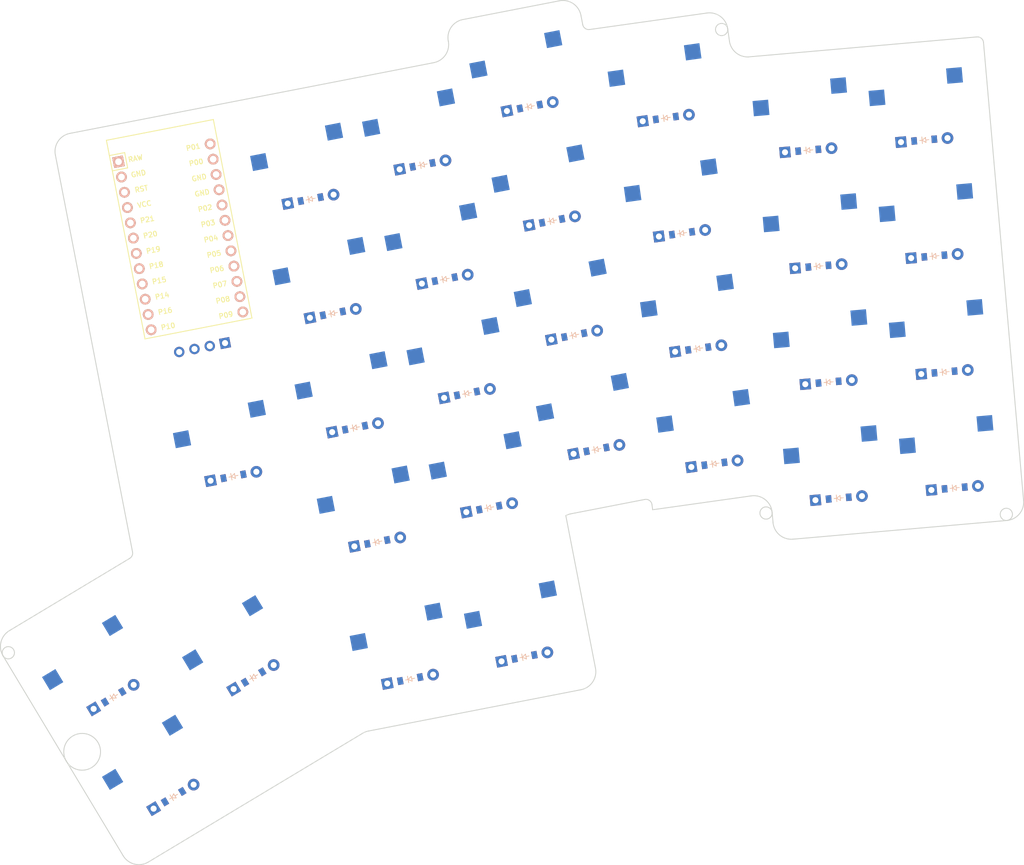
<source format=kicad_pcb>


(kicad_pcb (version 20171130) (host pcbnew 5.1.6)

  (page A3)
  (title_block
    (title "right")
    (rev "v1.0.0")
    (company "Unknown")
  )

  (general
    (thickness 1.6)
  )

  (layers
    (0 F.Cu signal)
    (31 B.Cu signal)
    (32 B.Adhes user)
    (33 F.Adhes user)
    (34 B.Paste user)
    (35 F.Paste user)
    (36 B.SilkS user)
    (37 F.SilkS user)
    (38 B.Mask user)
    (39 F.Mask user)
    (40 Dwgs.User user)
    (41 Cmts.User user)
    (42 Eco1.User user)
    (43 Eco2.User user)
    (44 Edge.Cuts user)
    (45 Margin user)
    (46 B.CrtYd user)
    (47 F.CrtYd user)
    (48 B.Fab user)
    (49 F.Fab user)
  )

  (setup
    (last_trace_width 0.25)
    (trace_clearance 0.2)
    (zone_clearance 0.508)
    (zone_45_only no)
    (trace_min 0.2)
    (via_size 0.8)
    (via_drill 0.4)
    (via_min_size 0.4)
    (via_min_drill 0.3)
    (uvia_size 0.3)
    (uvia_drill 0.1)
    (uvias_allowed no)
    (uvia_min_size 0.2)
    (uvia_min_drill 0.1)
    (edge_width 0.05)
    (segment_width 0.2)
    (pcb_text_width 0.3)
    (pcb_text_size 1.5 1.5)
    (mod_edge_width 0.12)
    (mod_text_size 1 1)
    (mod_text_width 0.15)
    (pad_size 1.524 1.524)
    (pad_drill 0.762)
    (pad_to_mask_clearance 0.05)
    (aux_axis_origin 0 0)
    (visible_elements FFFFFF7F)
    (pcbplotparams
      (layerselection 0x010fc_ffffffff)
      (usegerberextensions false)
      (usegerberattributes true)
      (usegerberadvancedattributes true)
      (creategerberjobfile true)
      (excludeedgelayer true)
      (linewidth 0.100000)
      (plotframeref false)
      (viasonmask false)
      (mode 1)
      (useauxorigin false)
      (hpglpennumber 1)
      (hpglpenspeed 20)
      (hpglpendiameter 15.000000)
      (psnegative false)
      (psa4output false)
      (plotreference true)
      (plotvalue true)
      (plotinvisibletext false)
      (padsonsilk false)
      (subtractmaskfromsilk false)
      (outputformat 1)
      (mirror false)
      (drillshape 1)
      (scaleselection 1)
      (outputdirectory ""))
  )

  (net 0 "")
(net 1 "mirror_pinky2_bottom")
(net 2 "mirror_pinky2_home")
(net 3 "mirror_pinky2_top")
(net 4 "mirror_pinky2_upper")
(net 5 "mirror_pinky_bottom")
(net 6 "mirror_pinky_home")
(net 7 "mirror_pinky_top")
(net 8 "mirror_pinky_upper")
(net 9 "mirror_ring_bottom")
(net 10 "mirror_ring_home")
(net 11 "mirror_ring_top")
(net 12 "mirror_ring_upper")
(net 13 "mirror_middle_bottom")
(net 14 "mirror_middle_home")
(net 15 "mirror_middle_top")
(net 16 "mirror_middle_upper")
(net 17 "mirror_index_bottom")
(net 18 "mirror_index_home")
(net 19 "mirror_index_top")
(net 20 "mirror_index_upper")
(net 21 "mirror_inner_bottom")
(net 22 "mirror_inner_home")
(net 23 "mirror_inner_top")
(net 24 "mirror_inner_upper")
(net 25 "mirror_inner2_bottom")
(net 26 "mirror_nearer_thumb2")
(net 27 "mirror_near_thumb2")
(net 28 "mirror_home_thumb2")
(net 29 "mirror_far_thumb2")
(net 30 "mirror_far_thumb")
(net 31 "RAW")
(net 32 "GND")
(net 33 "RST")
(net 34 "VCC")
(net 35 "P21")
(net 36 "P20")
(net 37 "P19")
(net 38 "P18")
(net 39 "P15")
(net 40 "P14")
(net 41 "P16")
(net 42 "P10")
(net 43 "P1")
(net 44 "P0")
(net 45 "P2")
(net 46 "P3")
(net 47 "P4")
(net 48 "P5")
(net 49 "P6")
(net 50 "P7")
(net 51 "P8")
(net 52 "P9")

  (net_class Default "This is the default net class."
    (clearance 0.2)
    (trace_width 0.25)
    (via_dia 0.8)
    (via_drill 0.4)
    (uvia_dia 0.3)
    (uvia_drill 0.1)
    (add_net "")
(add_net "mirror_pinky2_bottom")
(add_net "mirror_pinky2_home")
(add_net "mirror_pinky2_top")
(add_net "mirror_pinky2_upper")
(add_net "mirror_pinky_bottom")
(add_net "mirror_pinky_home")
(add_net "mirror_pinky_top")
(add_net "mirror_pinky_upper")
(add_net "mirror_ring_bottom")
(add_net "mirror_ring_home")
(add_net "mirror_ring_top")
(add_net "mirror_ring_upper")
(add_net "mirror_middle_bottom")
(add_net "mirror_middle_home")
(add_net "mirror_middle_top")
(add_net "mirror_middle_upper")
(add_net "mirror_index_bottom")
(add_net "mirror_index_home")
(add_net "mirror_index_top")
(add_net "mirror_index_upper")
(add_net "mirror_inner_bottom")
(add_net "mirror_inner_home")
(add_net "mirror_inner_top")
(add_net "mirror_inner_upper")
(add_net "mirror_inner2_bottom")
(add_net "mirror_nearer_thumb2")
(add_net "mirror_near_thumb2")
(add_net "mirror_home_thumb2")
(add_net "mirror_far_thumb2")
(add_net "mirror_far_thumb")
(add_net "RAW")
(add_net "GND")
(add_net "RST")
(add_net "VCC")
(add_net "P21")
(add_net "P20")
(add_net "P19")
(add_net "P18")
(add_net "P15")
(add_net "P14")
(add_net "P16")
(add_net "P10")
(add_net "P1")
(add_net "P0")
(add_net "P2")
(add_net "P3")
(add_net "P4")
(add_net "P5")
(add_net "P6")
(add_net "P7")
(add_net "P8")
(add_net "P9")
  )

  
        
      (module MX (layer F.Cu) (tedit 5DD4F656)
      (at 328.8138488 0 5)

      
      (fp_text reference "S1" (at 0 0) (layer F.SilkS) hide (effects (font (size 1.27 1.27) (thickness 0.15))))
      (fp_text value "" (at 0 0) (layer F.SilkS) hide (effects (font (size 1.27 1.27) (thickness 0.15))))

      
      (fp_line (start -7 -6) (end -7 -7) (layer Dwgs.User) (width 0.15))
      (fp_line (start -7 7) (end -6 7) (layer Dwgs.User) (width 0.15))
      (fp_line (start -6 -7) (end -7 -7) (layer Dwgs.User) (width 0.15))
      (fp_line (start -7 7) (end -7 6) (layer Dwgs.User) (width 0.15))
      (fp_line (start 7 6) (end 7 7) (layer Dwgs.User) (width 0.15))
      (fp_line (start 7 -7) (end 6 -7) (layer Dwgs.User) (width 0.15))
      (fp_line (start 6 7) (end 7 7) (layer Dwgs.User) (width 0.15))
      (fp_line (start 7 -7) (end 7 -6) (layer Dwgs.User) (width 0.15))
    
      
      (pad "" np_thru_hole circle (at 0 0) (size 3.9878 3.9878) (drill 3.9878) (layers *.Cu *.Mask))

      
      (pad "" np_thru_hole circle (at 5.08 0) (size 1.7018 1.7018) (drill 1.7018) (layers *.Cu *.Mask))
      (pad "" np_thru_hole circle (at -5.08 0) (size 1.7018 1.7018) (drill 1.7018) (layers *.Cu *.Mask))
      
        
      
      (fp_line (start -9.5 -9.5) (end 9.5 -9.5) (layer Dwgs.User) (width 0.15))
      (fp_line (start 9.5 -9.5) (end 9.5 9.5) (layer Dwgs.User) (width 0.15))
      (fp_line (start 9.5 9.5) (end -9.5 9.5) (layer Dwgs.User) (width 0.15))
      (fp_line (start -9.5 9.5) (end -9.5 -9.5) (layer Dwgs.User) (width 0.15))
      
        
        
        (pad "" np_thru_hole circle (at 2.54 -5.08) (size 3 3) (drill 3) (layers *.Cu *.Mask))
        (pad "" np_thru_hole circle (at -3.81 -2.54) (size 3 3) (drill 3) (layers *.Cu *.Mask))
        
        
        (pad 1 smd rect (at -7.085 -2.54 5) (size 2.55 2.5) (layers B.Cu B.Paste B.Mask) (net 0 ""))
        (pad 2 smd rect (at 5.842 -5.08 5) (size 2.55 2.5) (layers B.Cu B.Paste B.Mask) (net 1 "mirror_pinky2_bottom"))
        )
        

        
      (module MX (layer F.Cu) (tedit 5DD4F656)
      (at 327.1578897 -18.9276993 5)

      
      (fp_text reference "S2" (at 0 0) (layer F.SilkS) hide (effects (font (size 1.27 1.27) (thickness 0.15))))
      (fp_text value "" (at 0 0) (layer F.SilkS) hide (effects (font (size 1.27 1.27) (thickness 0.15))))

      
      (fp_line (start -7 -6) (end -7 -7) (layer Dwgs.User) (width 0.15))
      (fp_line (start -7 7) (end -6 7) (layer Dwgs.User) (width 0.15))
      (fp_line (start -6 -7) (end -7 -7) (layer Dwgs.User) (width 0.15))
      (fp_line (start -7 7) (end -7 6) (layer Dwgs.User) (width 0.15))
      (fp_line (start 7 6) (end 7 7) (layer Dwgs.User) (width 0.15))
      (fp_line (start 7 -7) (end 6 -7) (layer Dwgs.User) (width 0.15))
      (fp_line (start 6 7) (end 7 7) (layer Dwgs.User) (width 0.15))
      (fp_line (start 7 -7) (end 7 -6) (layer Dwgs.User) (width 0.15))
    
      
      (pad "" np_thru_hole circle (at 0 0) (size 3.9878 3.9878) (drill 3.9878) (layers *.Cu *.Mask))

      
      (pad "" np_thru_hole circle (at 5.08 0) (size 1.7018 1.7018) (drill 1.7018) (layers *.Cu *.Mask))
      (pad "" np_thru_hole circle (at -5.08 0) (size 1.7018 1.7018) (drill 1.7018) (layers *.Cu *.Mask))
      
        
      
      (fp_line (start -9.5 -9.5) (end 9.5 -9.5) (layer Dwgs.User) (width 0.15))
      (fp_line (start 9.5 -9.5) (end 9.5 9.5) (layer Dwgs.User) (width 0.15))
      (fp_line (start 9.5 9.5) (end -9.5 9.5) (layer Dwgs.User) (width 0.15))
      (fp_line (start -9.5 9.5) (end -9.5 -9.5) (layer Dwgs.User) (width 0.15))
      
        
        
        (pad "" np_thru_hole circle (at 2.54 -5.08) (size 3 3) (drill 3) (layers *.Cu *.Mask))
        (pad "" np_thru_hole circle (at -3.81 -2.54) (size 3 3) (drill 3) (layers *.Cu *.Mask))
        
        
        (pad 1 smd rect (at -7.085 -2.54 5) (size 2.55 2.5) (layers B.Cu B.Paste B.Mask) (net 0 ""))
        (pad 2 smd rect (at 5.842 -5.08 5) (size 2.55 2.5) (layers B.Cu B.Paste B.Mask) (net 2 "mirror_pinky2_home"))
        )
        

        
      (module MX (layer F.Cu) (tedit 5DD4F656)
      (at 325.5019305 -37.8553986 5)

      
      (fp_text reference "S3" (at 0 0) (layer F.SilkS) hide (effects (font (size 1.27 1.27) (thickness 0.15))))
      (fp_text value "" (at 0 0) (layer F.SilkS) hide (effects (font (size 1.27 1.27) (thickness 0.15))))

      
      (fp_line (start -7 -6) (end -7 -7) (layer Dwgs.User) (width 0.15))
      (fp_line (start -7 7) (end -6 7) (layer Dwgs.User) (width 0.15))
      (fp_line (start -6 -7) (end -7 -7) (layer Dwgs.User) (width 0.15))
      (fp_line (start -7 7) (end -7 6) (layer Dwgs.User) (width 0.15))
      (fp_line (start 7 6) (end 7 7) (layer Dwgs.User) (width 0.15))
      (fp_line (start 7 -7) (end 6 -7) (layer Dwgs.User) (width 0.15))
      (fp_line (start 6 7) (end 7 7) (layer Dwgs.User) (width 0.15))
      (fp_line (start 7 -7) (end 7 -6) (layer Dwgs.User) (width 0.15))
    
      
      (pad "" np_thru_hole circle (at 0 0) (size 3.9878 3.9878) (drill 3.9878) (layers *.Cu *.Mask))

      
      (pad "" np_thru_hole circle (at 5.08 0) (size 1.7018 1.7018) (drill 1.7018) (layers *.Cu *.Mask))
      (pad "" np_thru_hole circle (at -5.08 0) (size 1.7018 1.7018) (drill 1.7018) (layers *.Cu *.Mask))
      
        
      
      (fp_line (start -9.5 -9.5) (end 9.5 -9.5) (layer Dwgs.User) (width 0.15))
      (fp_line (start 9.5 -9.5) (end 9.5 9.5) (layer Dwgs.User) (width 0.15))
      (fp_line (start 9.5 9.5) (end -9.5 9.5) (layer Dwgs.User) (width 0.15))
      (fp_line (start -9.5 9.5) (end -9.5 -9.5) (layer Dwgs.User) (width 0.15))
      
        
        
        (pad "" np_thru_hole circle (at 2.54 -5.08) (size 3 3) (drill 3) (layers *.Cu *.Mask))
        (pad "" np_thru_hole circle (at -3.81 -2.54) (size 3 3) (drill 3) (layers *.Cu *.Mask))
        
        
        (pad 1 smd rect (at -7.085 -2.54 5) (size 2.55 2.5) (layers B.Cu B.Paste B.Mask) (net 0 ""))
        (pad 2 smd rect (at 5.842 -5.08 5) (size 2.55 2.5) (layers B.Cu B.Paste B.Mask) (net 3 "mirror_pinky2_top"))
        )
        

        
      (module MX (layer F.Cu) (tedit 5DD4F656)
      (at 323.8459714 -56.7830979 5)

      
      (fp_text reference "S4" (at 0 0) (layer F.SilkS) hide (effects (font (size 1.27 1.27) (thickness 0.15))))
      (fp_text value "" (at 0 0) (layer F.SilkS) hide (effects (font (size 1.27 1.27) (thickness 0.15))))

      
      (fp_line (start -7 -6) (end -7 -7) (layer Dwgs.User) (width 0.15))
      (fp_line (start -7 7) (end -6 7) (layer Dwgs.User) (width 0.15))
      (fp_line (start -6 -7) (end -7 -7) (layer Dwgs.User) (width 0.15))
      (fp_line (start -7 7) (end -7 6) (layer Dwgs.User) (width 0.15))
      (fp_line (start 7 6) (end 7 7) (layer Dwgs.User) (width 0.15))
      (fp_line (start 7 -7) (end 6 -7) (layer Dwgs.User) (width 0.15))
      (fp_line (start 6 7) (end 7 7) (layer Dwgs.User) (width 0.15))
      (fp_line (start 7 -7) (end 7 -6) (layer Dwgs.User) (width 0.15))
    
      
      (pad "" np_thru_hole circle (at 0 0) (size 3.9878 3.9878) (drill 3.9878) (layers *.Cu *.Mask))

      
      (pad "" np_thru_hole circle (at 5.08 0) (size 1.7018 1.7018) (drill 1.7018) (layers *.Cu *.Mask))
      (pad "" np_thru_hole circle (at -5.08 0) (size 1.7018 1.7018) (drill 1.7018) (layers *.Cu *.Mask))
      
        
      
      (fp_line (start -9.5 -9.5) (end 9.5 -9.5) (layer Dwgs.User) (width 0.15))
      (fp_line (start 9.5 -9.5) (end 9.5 9.5) (layer Dwgs.User) (width 0.15))
      (fp_line (start 9.5 9.5) (end -9.5 9.5) (layer Dwgs.User) (width 0.15))
      (fp_line (start -9.5 9.5) (end -9.5 -9.5) (layer Dwgs.User) (width 0.15))
      
        
        
        (pad "" np_thru_hole circle (at 2.54 -5.08) (size 3 3) (drill 3) (layers *.Cu *.Mask))
        (pad "" np_thru_hole circle (at -3.81 -2.54) (size 3 3) (drill 3) (layers *.Cu *.Mask))
        
        
        (pad 1 smd rect (at -7.085 -2.54 5) (size 2.55 2.5) (layers B.Cu B.Paste B.Mask) (net 0 ""))
        (pad 2 smd rect (at 5.842 -5.08 5) (size 2.55 2.5) (layers B.Cu B.Paste B.Mask) (net 4 "mirror_pinky2_upper"))
        )
        

        
      (module MX (layer F.Cu) (tedit 5DD4F656)
      (at 309.8861495 1.6559591 5)

      
      (fp_text reference "S5" (at 0 0) (layer F.SilkS) hide (effects (font (size 1.27 1.27) (thickness 0.15))))
      (fp_text value "" (at 0 0) (layer F.SilkS) hide (effects (font (size 1.27 1.27) (thickness 0.15))))

      
      (fp_line (start -7 -6) (end -7 -7) (layer Dwgs.User) (width 0.15))
      (fp_line (start -7 7) (end -6 7) (layer Dwgs.User) (width 0.15))
      (fp_line (start -6 -7) (end -7 -7) (layer Dwgs.User) (width 0.15))
      (fp_line (start -7 7) (end -7 6) (layer Dwgs.User) (width 0.15))
      (fp_line (start 7 6) (end 7 7) (layer Dwgs.User) (width 0.15))
      (fp_line (start 7 -7) (end 6 -7) (layer Dwgs.User) (width 0.15))
      (fp_line (start 6 7) (end 7 7) (layer Dwgs.User) (width 0.15))
      (fp_line (start 7 -7) (end 7 -6) (layer Dwgs.User) (width 0.15))
    
      
      (pad "" np_thru_hole circle (at 0 0) (size 3.9878 3.9878) (drill 3.9878) (layers *.Cu *.Mask))

      
      (pad "" np_thru_hole circle (at 5.08 0) (size 1.7018 1.7018) (drill 1.7018) (layers *.Cu *.Mask))
      (pad "" np_thru_hole circle (at -5.08 0) (size 1.7018 1.7018) (drill 1.7018) (layers *.Cu *.Mask))
      
        
      
      (fp_line (start -9.5 -9.5) (end 9.5 -9.5) (layer Dwgs.User) (width 0.15))
      (fp_line (start 9.5 -9.5) (end 9.5 9.5) (layer Dwgs.User) (width 0.15))
      (fp_line (start 9.5 9.5) (end -9.5 9.5) (layer Dwgs.User) (width 0.15))
      (fp_line (start -9.5 9.5) (end -9.5 -9.5) (layer Dwgs.User) (width 0.15))
      
        
        
        (pad "" np_thru_hole circle (at 2.54 -5.08) (size 3 3) (drill 3) (layers *.Cu *.Mask))
        (pad "" np_thru_hole circle (at -3.81 -2.54) (size 3 3) (drill 3) (layers *.Cu *.Mask))
        
        
        (pad 1 smd rect (at -7.085 -2.54 5) (size 2.55 2.5) (layers B.Cu B.Paste B.Mask) (net 0 ""))
        (pad 2 smd rect (at 5.842 -5.08 5) (size 2.55 2.5) (layers B.Cu B.Paste B.Mask) (net 5 "mirror_pinky_bottom"))
        )
        

        
      (module MX (layer F.Cu) (tedit 5DD4F656)
      (at 308.2301904 -17.2717402 5)

      
      (fp_text reference "S6" (at 0 0) (layer F.SilkS) hide (effects (font (size 1.27 1.27) (thickness 0.15))))
      (fp_text value "" (at 0 0) (layer F.SilkS) hide (effects (font (size 1.27 1.27) (thickness 0.15))))

      
      (fp_line (start -7 -6) (end -7 -7) (layer Dwgs.User) (width 0.15))
      (fp_line (start -7 7) (end -6 7) (layer Dwgs.User) (width 0.15))
      (fp_line (start -6 -7) (end -7 -7) (layer Dwgs.User) (width 0.15))
      (fp_line (start -7 7) (end -7 6) (layer Dwgs.User) (width 0.15))
      (fp_line (start 7 6) (end 7 7) (layer Dwgs.User) (width 0.15))
      (fp_line (start 7 -7) (end 6 -7) (layer Dwgs.User) (width 0.15))
      (fp_line (start 6 7) (end 7 7) (layer Dwgs.User) (width 0.15))
      (fp_line (start 7 -7) (end 7 -6) (layer Dwgs.User) (width 0.15))
    
      
      (pad "" np_thru_hole circle (at 0 0) (size 3.9878 3.9878) (drill 3.9878) (layers *.Cu *.Mask))

      
      (pad "" np_thru_hole circle (at 5.08 0) (size 1.7018 1.7018) (drill 1.7018) (layers *.Cu *.Mask))
      (pad "" np_thru_hole circle (at -5.08 0) (size 1.7018 1.7018) (drill 1.7018) (layers *.Cu *.Mask))
      
        
      
      (fp_line (start -9.5 -9.5) (end 9.5 -9.5) (layer Dwgs.User) (width 0.15))
      (fp_line (start 9.5 -9.5) (end 9.5 9.5) (layer Dwgs.User) (width 0.15))
      (fp_line (start 9.5 9.5) (end -9.5 9.5) (layer Dwgs.User) (width 0.15))
      (fp_line (start -9.5 9.5) (end -9.5 -9.5) (layer Dwgs.User) (width 0.15))
      
        
        
        (pad "" np_thru_hole circle (at 2.54 -5.08) (size 3 3) (drill 3) (layers *.Cu *.Mask))
        (pad "" np_thru_hole circle (at -3.81 -2.54) (size 3 3) (drill 3) (layers *.Cu *.Mask))
        
        
        (pad 1 smd rect (at -7.085 -2.54 5) (size 2.55 2.5) (layers B.Cu B.Paste B.Mask) (net 0 ""))
        (pad 2 smd rect (at 5.842 -5.08 5) (size 2.55 2.5) (layers B.Cu B.Paste B.Mask) (net 6 "mirror_pinky_home"))
        )
        

        
      (module MX (layer F.Cu) (tedit 5DD4F656)
      (at 306.57423120000004 -36.1994395 5)

      
      (fp_text reference "S7" (at 0 0) (layer F.SilkS) hide (effects (font (size 1.27 1.27) (thickness 0.15))))
      (fp_text value "" (at 0 0) (layer F.SilkS) hide (effects (font (size 1.27 1.27) (thickness 0.15))))

      
      (fp_line (start -7 -6) (end -7 -7) (layer Dwgs.User) (width 0.15))
      (fp_line (start -7 7) (end -6 7) (layer Dwgs.User) (width 0.15))
      (fp_line (start -6 -7) (end -7 -7) (layer Dwgs.User) (width 0.15))
      (fp_line (start -7 7) (end -7 6) (layer Dwgs.User) (width 0.15))
      (fp_line (start 7 6) (end 7 7) (layer Dwgs.User) (width 0.15))
      (fp_line (start 7 -7) (end 6 -7) (layer Dwgs.User) (width 0.15))
      (fp_line (start 6 7) (end 7 7) (layer Dwgs.User) (width 0.15))
      (fp_line (start 7 -7) (end 7 -6) (layer Dwgs.User) (width 0.15))
    
      
      (pad "" np_thru_hole circle (at 0 0) (size 3.9878 3.9878) (drill 3.9878) (layers *.Cu *.Mask))

      
      (pad "" np_thru_hole circle (at 5.08 0) (size 1.7018 1.7018) (drill 1.7018) (layers *.Cu *.Mask))
      (pad "" np_thru_hole circle (at -5.08 0) (size 1.7018 1.7018) (drill 1.7018) (layers *.Cu *.Mask))
      
        
      
      (fp_line (start -9.5 -9.5) (end 9.5 -9.5) (layer Dwgs.User) (width 0.15))
      (fp_line (start 9.5 -9.5) (end 9.5 9.5) (layer Dwgs.User) (width 0.15))
      (fp_line (start 9.5 9.5) (end -9.5 9.5) (layer Dwgs.User) (width 0.15))
      (fp_line (start -9.5 9.5) (end -9.5 -9.5) (layer Dwgs.User) (width 0.15))
      
        
        
        (pad "" np_thru_hole circle (at 2.54 -5.08) (size 3 3) (drill 3) (layers *.Cu *.Mask))
        (pad "" np_thru_hole circle (at -3.81 -2.54) (size 3 3) (drill 3) (layers *.Cu *.Mask))
        
        
        (pad 1 smd rect (at -7.085 -2.54 5) (size 2.55 2.5) (layers B.Cu B.Paste B.Mask) (net 0 ""))
        (pad 2 smd rect (at 5.842 -5.08 5) (size 2.55 2.5) (layers B.Cu B.Paste B.Mask) (net 7 "mirror_pinky_top"))
        )
        

        
      (module MX (layer F.Cu) (tedit 5DD4F656)
      (at 304.9182721 -55.1271388 5)

      
      (fp_text reference "S8" (at 0 0) (layer F.SilkS) hide (effects (font (size 1.27 1.27) (thickness 0.15))))
      (fp_text value "" (at 0 0) (layer F.SilkS) hide (effects (font (size 1.27 1.27) (thickness 0.15))))

      
      (fp_line (start -7 -6) (end -7 -7) (layer Dwgs.User) (width 0.15))
      (fp_line (start -7 7) (end -6 7) (layer Dwgs.User) (width 0.15))
      (fp_line (start -6 -7) (end -7 -7) (layer Dwgs.User) (width 0.15))
      (fp_line (start -7 7) (end -7 6) (layer Dwgs.User) (width 0.15))
      (fp_line (start 7 6) (end 7 7) (layer Dwgs.User) (width 0.15))
      (fp_line (start 7 -7) (end 6 -7) (layer Dwgs.User) (width 0.15))
      (fp_line (start 6 7) (end 7 7) (layer Dwgs.User) (width 0.15))
      (fp_line (start 7 -7) (end 7 -6) (layer Dwgs.User) (width 0.15))
    
      
      (pad "" np_thru_hole circle (at 0 0) (size 3.9878 3.9878) (drill 3.9878) (layers *.Cu *.Mask))

      
      (pad "" np_thru_hole circle (at 5.08 0) (size 1.7018 1.7018) (drill 1.7018) (layers *.Cu *.Mask))
      (pad "" np_thru_hole circle (at -5.08 0) (size 1.7018 1.7018) (drill 1.7018) (layers *.Cu *.Mask))
      
        
      
      (fp_line (start -9.5 -9.5) (end 9.5 -9.5) (layer Dwgs.User) (width 0.15))
      (fp_line (start 9.5 -9.5) (end 9.5 9.5) (layer Dwgs.User) (width 0.15))
      (fp_line (start 9.5 9.5) (end -9.5 9.5) (layer Dwgs.User) (width 0.15))
      (fp_line (start -9.5 9.5) (end -9.5 -9.5) (layer Dwgs.User) (width 0.15))
      
        
        
        (pad "" np_thru_hole circle (at 2.54 -5.08) (size 3 3) (drill 3) (layers *.Cu *.Mask))
        (pad "" np_thru_hole circle (at -3.81 -2.54) (size 3 3) (drill 3) (layers *.Cu *.Mask))
        
        
        (pad 1 smd rect (at -7.085 -2.54 5) (size 2.55 2.5) (layers B.Cu B.Paste B.Mask) (net 0 ""))
        (pad 2 smd rect (at 5.842 -5.08 5) (size 2.55 2.5) (layers B.Cu B.Paste B.Mask) (net 8 "mirror_pinky_upper"))
        )
        

        
      (module MX (layer F.Cu) (tedit 5DD4F656)
      (at 289.34399410000003 -3.9208251 8)

      
      (fp_text reference "S9" (at 0 0) (layer F.SilkS) hide (effects (font (size 1.27 1.27) (thickness 0.15))))
      (fp_text value "" (at 0 0) (layer F.SilkS) hide (effects (font (size 1.27 1.27) (thickness 0.15))))

      
      (fp_line (start -7 -6) (end -7 -7) (layer Dwgs.User) (width 0.15))
      (fp_line (start -7 7) (end -6 7) (layer Dwgs.User) (width 0.15))
      (fp_line (start -6 -7) (end -7 -7) (layer Dwgs.User) (width 0.15))
      (fp_line (start -7 7) (end -7 6) (layer Dwgs.User) (width 0.15))
      (fp_line (start 7 6) (end 7 7) (layer Dwgs.User) (width 0.15))
      (fp_line (start 7 -7) (end 6 -7) (layer Dwgs.User) (width 0.15))
      (fp_line (start 6 7) (end 7 7) (layer Dwgs.User) (width 0.15))
      (fp_line (start 7 -7) (end 7 -6) (layer Dwgs.User) (width 0.15))
    
      
      (pad "" np_thru_hole circle (at 0 0) (size 3.9878 3.9878) (drill 3.9878) (layers *.Cu *.Mask))

      
      (pad "" np_thru_hole circle (at 5.08 0) (size 1.7018 1.7018) (drill 1.7018) (layers *.Cu *.Mask))
      (pad "" np_thru_hole circle (at -5.08 0) (size 1.7018 1.7018) (drill 1.7018) (layers *.Cu *.Mask))
      
        
      
      (fp_line (start -9.5 -9.5) (end 9.5 -9.5) (layer Dwgs.User) (width 0.15))
      (fp_line (start 9.5 -9.5) (end 9.5 9.5) (layer Dwgs.User) (width 0.15))
      (fp_line (start 9.5 9.5) (end -9.5 9.5) (layer Dwgs.User) (width 0.15))
      (fp_line (start -9.5 9.5) (end -9.5 -9.5) (layer Dwgs.User) (width 0.15))
      
        
        
        (pad "" np_thru_hole circle (at 2.54 -5.08) (size 3 3) (drill 3) (layers *.Cu *.Mask))
        (pad "" np_thru_hole circle (at -3.81 -2.54) (size 3 3) (drill 3) (layers *.Cu *.Mask))
        
        
        (pad 1 smd rect (at -7.085 -2.54 8) (size 2.55 2.5) (layers B.Cu B.Paste B.Mask) (net 0 ""))
        (pad 2 smd rect (at 5.842 -5.08 8) (size 2.55 2.5) (layers B.Cu B.Paste B.Mask) (net 9 "mirror_ring_bottom"))
        )
        

        
      (module MX (layer F.Cu) (tedit 5DD4F656)
      (at 286.6997051 -22.7359184 8)

      
      (fp_text reference "S10" (at 0 0) (layer F.SilkS) hide (effects (font (size 1.27 1.27) (thickness 0.15))))
      (fp_text value "" (at 0 0) (layer F.SilkS) hide (effects (font (size 1.27 1.27) (thickness 0.15))))

      
      (fp_line (start -7 -6) (end -7 -7) (layer Dwgs.User) (width 0.15))
      (fp_line (start -7 7) (end -6 7) (layer Dwgs.User) (width 0.15))
      (fp_line (start -6 -7) (end -7 -7) (layer Dwgs.User) (width 0.15))
      (fp_line (start -7 7) (end -7 6) (layer Dwgs.User) (width 0.15))
      (fp_line (start 7 6) (end 7 7) (layer Dwgs.User) (width 0.15))
      (fp_line (start 7 -7) (end 6 -7) (layer Dwgs.User) (width 0.15))
      (fp_line (start 6 7) (end 7 7) (layer Dwgs.User) (width 0.15))
      (fp_line (start 7 -7) (end 7 -6) (layer Dwgs.User) (width 0.15))
    
      
      (pad "" np_thru_hole circle (at 0 0) (size 3.9878 3.9878) (drill 3.9878) (layers *.Cu *.Mask))

      
      (pad "" np_thru_hole circle (at 5.08 0) (size 1.7018 1.7018) (drill 1.7018) (layers *.Cu *.Mask))
      (pad "" np_thru_hole circle (at -5.08 0) (size 1.7018 1.7018) (drill 1.7018) (layers *.Cu *.Mask))
      
        
      
      (fp_line (start -9.5 -9.5) (end 9.5 -9.5) (layer Dwgs.User) (width 0.15))
      (fp_line (start 9.5 -9.5) (end 9.5 9.5) (layer Dwgs.User) (width 0.15))
      (fp_line (start 9.5 9.5) (end -9.5 9.5) (layer Dwgs.User) (width 0.15))
      (fp_line (start -9.5 9.5) (end -9.5 -9.5) (layer Dwgs.User) (width 0.15))
      
        
        
        (pad "" np_thru_hole circle (at 2.54 -5.08) (size 3 3) (drill 3) (layers *.Cu *.Mask))
        (pad "" np_thru_hole circle (at -3.81 -2.54) (size 3 3) (drill 3) (layers *.Cu *.Mask))
        
        
        (pad 1 smd rect (at -7.085 -2.54 8) (size 2.55 2.5) (layers B.Cu B.Paste B.Mask) (net 0 ""))
        (pad 2 smd rect (at 5.842 -5.08 8) (size 2.55 2.5) (layers B.Cu B.Paste B.Mask) (net 10 "mirror_ring_home"))
        )
        

        
      (module MX (layer F.Cu) (tedit 5DD4F656)
      (at 284.0554162 -41.5510117 8)

      
      (fp_text reference "S11" (at 0 0) (layer F.SilkS) hide (effects (font (size 1.27 1.27) (thickness 0.15))))
      (fp_text value "" (at 0 0) (layer F.SilkS) hide (effects (font (size 1.27 1.27) (thickness 0.15))))

      
      (fp_line (start -7 -6) (end -7 -7) (layer Dwgs.User) (width 0.15))
      (fp_line (start -7 7) (end -6 7) (layer Dwgs.User) (width 0.15))
      (fp_line (start -6 -7) (end -7 -7) (layer Dwgs.User) (width 0.15))
      (fp_line (start -7 7) (end -7 6) (layer Dwgs.User) (width 0.15))
      (fp_line (start 7 6) (end 7 7) (layer Dwgs.User) (width 0.15))
      (fp_line (start 7 -7) (end 6 -7) (layer Dwgs.User) (width 0.15))
      (fp_line (start 6 7) (end 7 7) (layer Dwgs.User) (width 0.15))
      (fp_line (start 7 -7) (end 7 -6) (layer Dwgs.User) (width 0.15))
    
      
      (pad "" np_thru_hole circle (at 0 0) (size 3.9878 3.9878) (drill 3.9878) (layers *.Cu *.Mask))

      
      (pad "" np_thru_hole circle (at 5.08 0) (size 1.7018 1.7018) (drill 1.7018) (layers *.Cu *.Mask))
      (pad "" np_thru_hole circle (at -5.08 0) (size 1.7018 1.7018) (drill 1.7018) (layers *.Cu *.Mask))
      
        
      
      (fp_line (start -9.5 -9.5) (end 9.5 -9.5) (layer Dwgs.User) (width 0.15))
      (fp_line (start 9.5 -9.5) (end 9.5 9.5) (layer Dwgs.User) (width 0.15))
      (fp_line (start 9.5 9.5) (end -9.5 9.5) (layer Dwgs.User) (width 0.15))
      (fp_line (start -9.5 9.5) (end -9.5 -9.5) (layer Dwgs.User) (width 0.15))
      
        
        
        (pad "" np_thru_hole circle (at 2.54 -5.08) (size 3 3) (drill 3) (layers *.Cu *.Mask))
        (pad "" np_thru_hole circle (at -3.81 -2.54) (size 3 3) (drill 3) (layers *.Cu *.Mask))
        
        
        (pad 1 smd rect (at -7.085 -2.54 8) (size 2.55 2.5) (layers B.Cu B.Paste B.Mask) (net 0 ""))
        (pad 2 smd rect (at 5.842 -5.08 8) (size 2.55 2.5) (layers B.Cu B.Paste B.Mask) (net 11 "mirror_ring_top"))
        )
        

        
      (module MX (layer F.Cu) (tedit 5DD4F656)
      (at 281.4111272 -60.366105 8)

      
      (fp_text reference "S12" (at 0 0) (layer F.SilkS) hide (effects (font (size 1.27 1.27) (thickness 0.15))))
      (fp_text value "" (at 0 0) (layer F.SilkS) hide (effects (font (size 1.27 1.27) (thickness 0.15))))

      
      (fp_line (start -7 -6) (end -7 -7) (layer Dwgs.User) (width 0.15))
      (fp_line (start -7 7) (end -6 7) (layer Dwgs.User) (width 0.15))
      (fp_line (start -6 -7) (end -7 -7) (layer Dwgs.User) (width 0.15))
      (fp_line (start -7 7) (end -7 6) (layer Dwgs.User) (width 0.15))
      (fp_line (start 7 6) (end 7 7) (layer Dwgs.User) (width 0.15))
      (fp_line (start 7 -7) (end 6 -7) (layer Dwgs.User) (width 0.15))
      (fp_line (start 6 7) (end 7 7) (layer Dwgs.User) (width 0.15))
      (fp_line (start 7 -7) (end 7 -6) (layer Dwgs.User) (width 0.15))
    
      
      (pad "" np_thru_hole circle (at 0 0) (size 3.9878 3.9878) (drill 3.9878) (layers *.Cu *.Mask))

      
      (pad "" np_thru_hole circle (at 5.08 0) (size 1.7018 1.7018) (drill 1.7018) (layers *.Cu *.Mask))
      (pad "" np_thru_hole circle (at -5.08 0) (size 1.7018 1.7018) (drill 1.7018) (layers *.Cu *.Mask))
      
        
      
      (fp_line (start -9.5 -9.5) (end 9.5 -9.5) (layer Dwgs.User) (width 0.15))
      (fp_line (start 9.5 -9.5) (end 9.5 9.5) (layer Dwgs.User) (width 0.15))
      (fp_line (start 9.5 9.5) (end -9.5 9.5) (layer Dwgs.User) (width 0.15))
      (fp_line (start -9.5 9.5) (end -9.5 -9.5) (layer Dwgs.User) (width 0.15))
      
        
        
        (pad "" np_thru_hole circle (at 2.54 -5.08) (size 3 3) (drill 3) (layers *.Cu *.Mask))
        (pad "" np_thru_hole circle (at -3.81 -2.54) (size 3 3) (drill 3) (layers *.Cu *.Mask))
        
        
        (pad 1 smd rect (at -7.085 -2.54 8) (size 2.55 2.5) (layers B.Cu B.Paste B.Mask) (net 0 ""))
        (pad 2 smd rect (at 5.842 -5.08 8) (size 2.55 2.5) (layers B.Cu B.Paste B.Mask) (net 12 "mirror_ring_upper"))
        )
        

        
      (module MX (layer F.Cu) (tedit 5DD4F656)
      (at 269.8330353 -6.2278766 11)

      
      (fp_text reference "S13" (at 0 0) (layer F.SilkS) hide (effects (font (size 1.27 1.27) (thickness 0.15))))
      (fp_text value "" (at 0 0) (layer F.SilkS) hide (effects (font (size 1.27 1.27) (thickness 0.15))))

      
      (fp_line (start -7 -6) (end -7 -7) (layer Dwgs.User) (width 0.15))
      (fp_line (start -7 7) (end -6 7) (layer Dwgs.User) (width 0.15))
      (fp_line (start -6 -7) (end -7 -7) (layer Dwgs.User) (width 0.15))
      (fp_line (start -7 7) (end -7 6) (layer Dwgs.User) (width 0.15))
      (fp_line (start 7 6) (end 7 7) (layer Dwgs.User) (width 0.15))
      (fp_line (start 7 -7) (end 6 -7) (layer Dwgs.User) (width 0.15))
      (fp_line (start 6 7) (end 7 7) (layer Dwgs.User) (width 0.15))
      (fp_line (start 7 -7) (end 7 -6) (layer Dwgs.User) (width 0.15))
    
      
      (pad "" np_thru_hole circle (at 0 0) (size 3.9878 3.9878) (drill 3.9878) (layers *.Cu *.Mask))

      
      (pad "" np_thru_hole circle (at 5.08 0) (size 1.7018 1.7018) (drill 1.7018) (layers *.Cu *.Mask))
      (pad "" np_thru_hole circle (at -5.08 0) (size 1.7018 1.7018) (drill 1.7018) (layers *.Cu *.Mask))
      
        
      
      (fp_line (start -9.5 -9.5) (end 9.5 -9.5) (layer Dwgs.User) (width 0.15))
      (fp_line (start 9.5 -9.5) (end 9.5 9.5) (layer Dwgs.User) (width 0.15))
      (fp_line (start 9.5 9.5) (end -9.5 9.5) (layer Dwgs.User) (width 0.15))
      (fp_line (start -9.5 9.5) (end -9.5 -9.5) (layer Dwgs.User) (width 0.15))
      
        
        
        (pad "" np_thru_hole circle (at 2.54 -5.08) (size 3 3) (drill 3) (layers *.Cu *.Mask))
        (pad "" np_thru_hole circle (at -3.81 -2.54) (size 3 3) (drill 3) (layers *.Cu *.Mask))
        
        
        (pad 1 smd rect (at -7.085 -2.54 11) (size 2.55 2.5) (layers B.Cu B.Paste B.Mask) (net 0 ""))
        (pad 2 smd rect (at 5.842 -5.08 11) (size 2.55 2.5) (layers B.Cu B.Paste B.Mask) (net 13 "mirror_middle_bottom"))
        )
        

        
      (module MX (layer F.Cu) (tedit 5DD4F656)
      (at 266.2076644 -24.878793 11)

      
      (fp_text reference "S14" (at 0 0) (layer F.SilkS) hide (effects (font (size 1.27 1.27) (thickness 0.15))))
      (fp_text value "" (at 0 0) (layer F.SilkS) hide (effects (font (size 1.27 1.27) (thickness 0.15))))

      
      (fp_line (start -7 -6) (end -7 -7) (layer Dwgs.User) (width 0.15))
      (fp_line (start -7 7) (end -6 7) (layer Dwgs.User) (width 0.15))
      (fp_line (start -6 -7) (end -7 -7) (layer Dwgs.User) (width 0.15))
      (fp_line (start -7 7) (end -7 6) (layer Dwgs.User) (width 0.15))
      (fp_line (start 7 6) (end 7 7) (layer Dwgs.User) (width 0.15))
      (fp_line (start 7 -7) (end 6 -7) (layer Dwgs.User) (width 0.15))
      (fp_line (start 6 7) (end 7 7) (layer Dwgs.User) (width 0.15))
      (fp_line (start 7 -7) (end 7 -6) (layer Dwgs.User) (width 0.15))
    
      
      (pad "" np_thru_hole circle (at 0 0) (size 3.9878 3.9878) (drill 3.9878) (layers *.Cu *.Mask))

      
      (pad "" np_thru_hole circle (at 5.08 0) (size 1.7018 1.7018) (drill 1.7018) (layers *.Cu *.Mask))
      (pad "" np_thru_hole circle (at -5.08 0) (size 1.7018 1.7018) (drill 1.7018) (layers *.Cu *.Mask))
      
        
      
      (fp_line (start -9.5 -9.5) (end 9.5 -9.5) (layer Dwgs.User) (width 0.15))
      (fp_line (start 9.5 -9.5) (end 9.5 9.5) (layer Dwgs.User) (width 0.15))
      (fp_line (start 9.5 9.5) (end -9.5 9.5) (layer Dwgs.User) (width 0.15))
      (fp_line (start -9.5 9.5) (end -9.5 -9.5) (layer Dwgs.User) (width 0.15))
      
        
        
        (pad "" np_thru_hole circle (at 2.54 -5.08) (size 3 3) (drill 3) (layers *.Cu *.Mask))
        (pad "" np_thru_hole circle (at -3.81 -2.54) (size 3 3) (drill 3) (layers *.Cu *.Mask))
        
        
        (pad 1 smd rect (at -7.085 -2.54 11) (size 2.55 2.5) (layers B.Cu B.Paste B.Mask) (net 0 ""))
        (pad 2 smd rect (at 5.842 -5.08 11) (size 2.55 2.5) (layers B.Cu B.Paste B.Mask) (net 14 "mirror_middle_home"))
        )
        

        
      (module MX (layer F.Cu) (tedit 5DD4F656)
      (at 262.5822935 -43.5297095 11)

      
      (fp_text reference "S15" (at 0 0) (layer F.SilkS) hide (effects (font (size 1.27 1.27) (thickness 0.15))))
      (fp_text value "" (at 0 0) (layer F.SilkS) hide (effects (font (size 1.27 1.27) (thickness 0.15))))

      
      (fp_line (start -7 -6) (end -7 -7) (layer Dwgs.User) (width 0.15))
      (fp_line (start -7 7) (end -6 7) (layer Dwgs.User) (width 0.15))
      (fp_line (start -6 -7) (end -7 -7) (layer Dwgs.User) (width 0.15))
      (fp_line (start -7 7) (end -7 6) (layer Dwgs.User) (width 0.15))
      (fp_line (start 7 6) (end 7 7) (layer Dwgs.User) (width 0.15))
      (fp_line (start 7 -7) (end 6 -7) (layer Dwgs.User) (width 0.15))
      (fp_line (start 6 7) (end 7 7) (layer Dwgs.User) (width 0.15))
      (fp_line (start 7 -7) (end 7 -6) (layer Dwgs.User) (width 0.15))
    
      
      (pad "" np_thru_hole circle (at 0 0) (size 3.9878 3.9878) (drill 3.9878) (layers *.Cu *.Mask))

      
      (pad "" np_thru_hole circle (at 5.08 0) (size 1.7018 1.7018) (drill 1.7018) (layers *.Cu *.Mask))
      (pad "" np_thru_hole circle (at -5.08 0) (size 1.7018 1.7018) (drill 1.7018) (layers *.Cu *.Mask))
      
        
      
      (fp_line (start -9.5 -9.5) (end 9.5 -9.5) (layer Dwgs.User) (width 0.15))
      (fp_line (start 9.5 -9.5) (end 9.5 9.5) (layer Dwgs.User) (width 0.15))
      (fp_line (start 9.5 9.5) (end -9.5 9.5) (layer Dwgs.User) (width 0.15))
      (fp_line (start -9.5 9.5) (end -9.5 -9.5) (layer Dwgs.User) (width 0.15))
      
        
        
        (pad "" np_thru_hole circle (at 2.54 -5.08) (size 3 3) (drill 3) (layers *.Cu *.Mask))
        (pad "" np_thru_hole circle (at -3.81 -2.54) (size 3 3) (drill 3) (layers *.Cu *.Mask))
        
        
        (pad 1 smd rect (at -7.085 -2.54 11) (size 2.55 2.5) (layers B.Cu B.Paste B.Mask) (net 0 ""))
        (pad 2 smd rect (at 5.842 -5.08 11) (size 2.55 2.5) (layers B.Cu B.Paste B.Mask) (net 15 "mirror_middle_top"))
        )
        

        
      (module MX (layer F.Cu) (tedit 5DD4F656)
      (at 258.9569226 -62.180626 11)

      
      (fp_text reference "S16" (at 0 0) (layer F.SilkS) hide (effects (font (size 1.27 1.27) (thickness 0.15))))
      (fp_text value "" (at 0 0) (layer F.SilkS) hide (effects (font (size 1.27 1.27) (thickness 0.15))))

      
      (fp_line (start -7 -6) (end -7 -7) (layer Dwgs.User) (width 0.15))
      (fp_line (start -7 7) (end -6 7) (layer Dwgs.User) (width 0.15))
      (fp_line (start -6 -7) (end -7 -7) (layer Dwgs.User) (width 0.15))
      (fp_line (start -7 7) (end -7 6) (layer Dwgs.User) (width 0.15))
      (fp_line (start 7 6) (end 7 7) (layer Dwgs.User) (width 0.15))
      (fp_line (start 7 -7) (end 6 -7) (layer Dwgs.User) (width 0.15))
      (fp_line (start 6 7) (end 7 7) (layer Dwgs.User) (width 0.15))
      (fp_line (start 7 -7) (end 7 -6) (layer Dwgs.User) (width 0.15))
    
      
      (pad "" np_thru_hole circle (at 0 0) (size 3.9878 3.9878) (drill 3.9878) (layers *.Cu *.Mask))

      
      (pad "" np_thru_hole circle (at 5.08 0) (size 1.7018 1.7018) (drill 1.7018) (layers *.Cu *.Mask))
      (pad "" np_thru_hole circle (at -5.08 0) (size 1.7018 1.7018) (drill 1.7018) (layers *.Cu *.Mask))
      
        
      
      (fp_line (start -9.5 -9.5) (end 9.5 -9.5) (layer Dwgs.User) (width 0.15))
      (fp_line (start 9.5 -9.5) (end 9.5 9.5) (layer Dwgs.User) (width 0.15))
      (fp_line (start 9.5 9.5) (end -9.5 9.5) (layer Dwgs.User) (width 0.15))
      (fp_line (start -9.5 9.5) (end -9.5 -9.5) (layer Dwgs.User) (width 0.15))
      
        
        
        (pad "" np_thru_hole circle (at 2.54 -5.08) (size 3 3) (drill 3) (layers *.Cu *.Mask))
        (pad "" np_thru_hole circle (at -3.81 -2.54) (size 3 3) (drill 3) (layers *.Cu *.Mask))
        
        
        (pad 1 smd rect (at -7.085 -2.54 11) (size 2.55 2.5) (layers B.Cu B.Paste B.Mask) (net 0 ""))
        (pad 2 smd rect (at 5.842 -5.08 11) (size 2.55 2.5) (layers B.Cu B.Paste B.Mask) (net 16 "mirror_middle_upper"))
        )
        

        
      (module MX (layer F.Cu) (tedit 5DD4F656)
      (at 252.3269727 3.2872576 11)

      
      (fp_text reference "S17" (at 0 0) (layer F.SilkS) hide (effects (font (size 1.27 1.27) (thickness 0.15))))
      (fp_text value "" (at 0 0) (layer F.SilkS) hide (effects (font (size 1.27 1.27) (thickness 0.15))))

      
      (fp_line (start -7 -6) (end -7 -7) (layer Dwgs.User) (width 0.15))
      (fp_line (start -7 7) (end -6 7) (layer Dwgs.User) (width 0.15))
      (fp_line (start -6 -7) (end -7 -7) (layer Dwgs.User) (width 0.15))
      (fp_line (start -7 7) (end -7 6) (layer Dwgs.User) (width 0.15))
      (fp_line (start 7 6) (end 7 7) (layer Dwgs.User) (width 0.15))
      (fp_line (start 7 -7) (end 6 -7) (layer Dwgs.User) (width 0.15))
      (fp_line (start 6 7) (end 7 7) (layer Dwgs.User) (width 0.15))
      (fp_line (start 7 -7) (end 7 -6) (layer Dwgs.User) (width 0.15))
    
      
      (pad "" np_thru_hole circle (at 0 0) (size 3.9878 3.9878) (drill 3.9878) (layers *.Cu *.Mask))

      
      (pad "" np_thru_hole circle (at 5.08 0) (size 1.7018 1.7018) (drill 1.7018) (layers *.Cu *.Mask))
      (pad "" np_thru_hole circle (at -5.08 0) (size 1.7018 1.7018) (drill 1.7018) (layers *.Cu *.Mask))
      
        
      
      (fp_line (start -9.5 -9.5) (end 9.5 -9.5) (layer Dwgs.User) (width 0.15))
      (fp_line (start 9.5 -9.5) (end 9.5 9.5) (layer Dwgs.User) (width 0.15))
      (fp_line (start 9.5 9.5) (end -9.5 9.5) (layer Dwgs.User) (width 0.15))
      (fp_line (start -9.5 9.5) (end -9.5 -9.5) (layer Dwgs.User) (width 0.15))
      
        
        
        (pad "" np_thru_hole circle (at 2.54 -5.08) (size 3 3) (drill 3) (layers *.Cu *.Mask))
        (pad "" np_thru_hole circle (at -3.81 -2.54) (size 3 3) (drill 3) (layers *.Cu *.Mask))
        
        
        (pad 1 smd rect (at -7.085 -2.54 11) (size 2.55 2.5) (layers B.Cu B.Paste B.Mask) (net 0 ""))
        (pad 2 smd rect (at 5.842 -5.08 11) (size 2.55 2.5) (layers B.Cu B.Paste B.Mask) (net 17 "mirror_index_bottom"))
        )
        

        
      (module MX (layer F.Cu) (tedit 5DD4F656)
      (at 248.70160180000002 -15.3636589 11)

      
      (fp_text reference "S18" (at 0 0) (layer F.SilkS) hide (effects (font (size 1.27 1.27) (thickness 0.15))))
      (fp_text value "" (at 0 0) (layer F.SilkS) hide (effects (font (size 1.27 1.27) (thickness 0.15))))

      
      (fp_line (start -7 -6) (end -7 -7) (layer Dwgs.User) (width 0.15))
      (fp_line (start -7 7) (end -6 7) (layer Dwgs.User) (width 0.15))
      (fp_line (start -6 -7) (end -7 -7) (layer Dwgs.User) (width 0.15))
      (fp_line (start -7 7) (end -7 6) (layer Dwgs.User) (width 0.15))
      (fp_line (start 7 6) (end 7 7) (layer Dwgs.User) (width 0.15))
      (fp_line (start 7 -7) (end 6 -7) (layer Dwgs.User) (width 0.15))
      (fp_line (start 6 7) (end 7 7) (layer Dwgs.User) (width 0.15))
      (fp_line (start 7 -7) (end 7 -6) (layer Dwgs.User) (width 0.15))
    
      
      (pad "" np_thru_hole circle (at 0 0) (size 3.9878 3.9878) (drill 3.9878) (layers *.Cu *.Mask))

      
      (pad "" np_thru_hole circle (at 5.08 0) (size 1.7018 1.7018) (drill 1.7018) (layers *.Cu *.Mask))
      (pad "" np_thru_hole circle (at -5.08 0) (size 1.7018 1.7018) (drill 1.7018) (layers *.Cu *.Mask))
      
        
      
      (fp_line (start -9.5 -9.5) (end 9.5 -9.5) (layer Dwgs.User) (width 0.15))
      (fp_line (start 9.5 -9.5) (end 9.5 9.5) (layer Dwgs.User) (width 0.15))
      (fp_line (start 9.5 9.5) (end -9.5 9.5) (layer Dwgs.User) (width 0.15))
      (fp_line (start -9.5 9.5) (end -9.5 -9.5) (layer Dwgs.User) (width 0.15))
      
        
        
        (pad "" np_thru_hole circle (at 2.54 -5.08) (size 3 3) (drill 3) (layers *.Cu *.Mask))
        (pad "" np_thru_hole circle (at -3.81 -2.54) (size 3 3) (drill 3) (layers *.Cu *.Mask))
        
        
        (pad 1 smd rect (at -7.085 -2.54 11) (size 2.55 2.5) (layers B.Cu B.Paste B.Mask) (net 0 ""))
        (pad 2 smd rect (at 5.842 -5.08 11) (size 2.55 2.5) (layers B.Cu B.Paste B.Mask) (net 18 "mirror_index_home"))
        )
        

        
      (module MX (layer F.Cu) (tedit 5DD4F656)
      (at 245.0762309 -34.0145754 11)

      
      (fp_text reference "S19" (at 0 0) (layer F.SilkS) hide (effects (font (size 1.27 1.27) (thickness 0.15))))
      (fp_text value "" (at 0 0) (layer F.SilkS) hide (effects (font (size 1.27 1.27) (thickness 0.15))))

      
      (fp_line (start -7 -6) (end -7 -7) (layer Dwgs.User) (width 0.15))
      (fp_line (start -7 7) (end -6 7) (layer Dwgs.User) (width 0.15))
      (fp_line (start -6 -7) (end -7 -7) (layer Dwgs.User) (width 0.15))
      (fp_line (start -7 7) (end -7 6) (layer Dwgs.User) (width 0.15))
      (fp_line (start 7 6) (end 7 7) (layer Dwgs.User) (width 0.15))
      (fp_line (start 7 -7) (end 6 -7) (layer Dwgs.User) (width 0.15))
      (fp_line (start 6 7) (end 7 7) (layer Dwgs.User) (width 0.15))
      (fp_line (start 7 -7) (end 7 -6) (layer Dwgs.User) (width 0.15))
    
      
      (pad "" np_thru_hole circle (at 0 0) (size 3.9878 3.9878) (drill 3.9878) (layers *.Cu *.Mask))

      
      (pad "" np_thru_hole circle (at 5.08 0) (size 1.7018 1.7018) (drill 1.7018) (layers *.Cu *.Mask))
      (pad "" np_thru_hole circle (at -5.08 0) (size 1.7018 1.7018) (drill 1.7018) (layers *.Cu *.Mask))
      
        
      
      (fp_line (start -9.5 -9.5) (end 9.5 -9.5) (layer Dwgs.User) (width 0.15))
      (fp_line (start 9.5 -9.5) (end 9.5 9.5) (layer Dwgs.User) (width 0.15))
      (fp_line (start 9.5 9.5) (end -9.5 9.5) (layer Dwgs.User) (width 0.15))
      (fp_line (start -9.5 9.5) (end -9.5 -9.5) (layer Dwgs.User) (width 0.15))
      
        
        
        (pad "" np_thru_hole circle (at 2.54 -5.08) (size 3 3) (drill 3) (layers *.Cu *.Mask))
        (pad "" np_thru_hole circle (at -3.81 -2.54) (size 3 3) (drill 3) (layers *.Cu *.Mask))
        
        
        (pad 1 smd rect (at -7.085 -2.54 11) (size 2.55 2.5) (layers B.Cu B.Paste B.Mask) (net 0 ""))
        (pad 2 smd rect (at 5.842 -5.08 11) (size 2.55 2.5) (layers B.Cu B.Paste B.Mask) (net 19 "mirror_index_top"))
        )
        

        
      (module MX (layer F.Cu) (tedit 5DD4F656)
      (at 241.45086000000003 -52.6654919 11)

      
      (fp_text reference "S20" (at 0 0) (layer F.SilkS) hide (effects (font (size 1.27 1.27) (thickness 0.15))))
      (fp_text value "" (at 0 0) (layer F.SilkS) hide (effects (font (size 1.27 1.27) (thickness 0.15))))

      
      (fp_line (start -7 -6) (end -7 -7) (layer Dwgs.User) (width 0.15))
      (fp_line (start -7 7) (end -6 7) (layer Dwgs.User) (width 0.15))
      (fp_line (start -6 -7) (end -7 -7) (layer Dwgs.User) (width 0.15))
      (fp_line (start -7 7) (end -7 6) (layer Dwgs.User) (width 0.15))
      (fp_line (start 7 6) (end 7 7) (layer Dwgs.User) (width 0.15))
      (fp_line (start 7 -7) (end 6 -7) (layer Dwgs.User) (width 0.15))
      (fp_line (start 6 7) (end 7 7) (layer Dwgs.User) (width 0.15))
      (fp_line (start 7 -7) (end 7 -6) (layer Dwgs.User) (width 0.15))
    
      
      (pad "" np_thru_hole circle (at 0 0) (size 3.9878 3.9878) (drill 3.9878) (layers *.Cu *.Mask))

      
      (pad "" np_thru_hole circle (at 5.08 0) (size 1.7018 1.7018) (drill 1.7018) (layers *.Cu *.Mask))
      (pad "" np_thru_hole circle (at -5.08 0) (size 1.7018 1.7018) (drill 1.7018) (layers *.Cu *.Mask))
      
        
      
      (fp_line (start -9.5 -9.5) (end 9.5 -9.5) (layer Dwgs.User) (width 0.15))
      (fp_line (start 9.5 -9.5) (end 9.5 9.5) (layer Dwgs.User) (width 0.15))
      (fp_line (start 9.5 9.5) (end -9.5 9.5) (layer Dwgs.User) (width 0.15))
      (fp_line (start -9.5 9.5) (end -9.5 -9.5) (layer Dwgs.User) (width 0.15))
      
        
        
        (pad "" np_thru_hole circle (at 2.54 -5.08) (size 3 3) (drill 3) (layers *.Cu *.Mask))
        (pad "" np_thru_hole circle (at -3.81 -2.54) (size 3 3) (drill 3) (layers *.Cu *.Mask))
        
        
        (pad 1 smd rect (at -7.085 -2.54 11) (size 2.55 2.5) (layers B.Cu B.Paste B.Mask) (net 0 ""))
        (pad 2 smd rect (at 5.842 -5.08 11) (size 2.55 2.5) (layers B.Cu B.Paste B.Mask) (net 20 "mirror_index_upper"))
        )
        

        
      (module MX (layer F.Cu) (tedit 5DD4F656)
      (at 234.05767430000003 8.8758827 11)

      
      (fp_text reference "S21" (at 0 0) (layer F.SilkS) hide (effects (font (size 1.27 1.27) (thickness 0.15))))
      (fp_text value "" (at 0 0) (layer F.SilkS) hide (effects (font (size 1.27 1.27) (thickness 0.15))))

      
      (fp_line (start -7 -6) (end -7 -7) (layer Dwgs.User) (width 0.15))
      (fp_line (start -7 7) (end -6 7) (layer Dwgs.User) (width 0.15))
      (fp_line (start -6 -7) (end -7 -7) (layer Dwgs.User) (width 0.15))
      (fp_line (start -7 7) (end -7 6) (layer Dwgs.User) (width 0.15))
      (fp_line (start 7 6) (end 7 7) (layer Dwgs.User) (width 0.15))
      (fp_line (start 7 -7) (end 6 -7) (layer Dwgs.User) (width 0.15))
      (fp_line (start 6 7) (end 7 7) (layer Dwgs.User) (width 0.15))
      (fp_line (start 7 -7) (end 7 -6) (layer Dwgs.User) (width 0.15))
    
      
      (pad "" np_thru_hole circle (at 0 0) (size 3.9878 3.9878) (drill 3.9878) (layers *.Cu *.Mask))

      
      (pad "" np_thru_hole circle (at 5.08 0) (size 1.7018 1.7018) (drill 1.7018) (layers *.Cu *.Mask))
      (pad "" np_thru_hole circle (at -5.08 0) (size 1.7018 1.7018) (drill 1.7018) (layers *.Cu *.Mask))
      
        
      
      (fp_line (start -9.5 -9.5) (end 9.5 -9.5) (layer Dwgs.User) (width 0.15))
      (fp_line (start 9.5 -9.5) (end 9.5 9.5) (layer Dwgs.User) (width 0.15))
      (fp_line (start 9.5 9.5) (end -9.5 9.5) (layer Dwgs.User) (width 0.15))
      (fp_line (start -9.5 9.5) (end -9.5 -9.5) (layer Dwgs.User) (width 0.15))
      
        
        
        (pad "" np_thru_hole circle (at 2.54 -5.08) (size 3 3) (drill 3) (layers *.Cu *.Mask))
        (pad "" np_thru_hole circle (at -3.81 -2.54) (size 3 3) (drill 3) (layers *.Cu *.Mask))
        
        
        (pad 1 smd rect (at -7.085 -2.54 11) (size 2.55 2.5) (layers B.Cu B.Paste B.Mask) (net 0 ""))
        (pad 2 smd rect (at 5.842 -5.08 11) (size 2.55 2.5) (layers B.Cu B.Paste B.Mask) (net 21 "mirror_inner_bottom"))
        )
        

        
      (module MX (layer F.Cu) (tedit 5DD4F656)
      (at 230.43230340000002 -9.7750337 11)

      
      (fp_text reference "S22" (at 0 0) (layer F.SilkS) hide (effects (font (size 1.27 1.27) (thickness 0.15))))
      (fp_text value "" (at 0 0) (layer F.SilkS) hide (effects (font (size 1.27 1.27) (thickness 0.15))))

      
      (fp_line (start -7 -6) (end -7 -7) (layer Dwgs.User) (width 0.15))
      (fp_line (start -7 7) (end -6 7) (layer Dwgs.User) (width 0.15))
      (fp_line (start -6 -7) (end -7 -7) (layer Dwgs.User) (width 0.15))
      (fp_line (start -7 7) (end -7 6) (layer Dwgs.User) (width 0.15))
      (fp_line (start 7 6) (end 7 7) (layer Dwgs.User) (width 0.15))
      (fp_line (start 7 -7) (end 6 -7) (layer Dwgs.User) (width 0.15))
      (fp_line (start 6 7) (end 7 7) (layer Dwgs.User) (width 0.15))
      (fp_line (start 7 -7) (end 7 -6) (layer Dwgs.User) (width 0.15))
    
      
      (pad "" np_thru_hole circle (at 0 0) (size 3.9878 3.9878) (drill 3.9878) (layers *.Cu *.Mask))

      
      (pad "" np_thru_hole circle (at 5.08 0) (size 1.7018 1.7018) (drill 1.7018) (layers *.Cu *.Mask))
      (pad "" np_thru_hole circle (at -5.08 0) (size 1.7018 1.7018) (drill 1.7018) (layers *.Cu *.Mask))
      
        
      
      (fp_line (start -9.5 -9.5) (end 9.5 -9.5) (layer Dwgs.User) (width 0.15))
      (fp_line (start 9.5 -9.5) (end 9.5 9.5) (layer Dwgs.User) (width 0.15))
      (fp_line (start 9.5 9.5) (end -9.5 9.5) (layer Dwgs.User) (width 0.15))
      (fp_line (start -9.5 9.5) (end -9.5 -9.5) (layer Dwgs.User) (width 0.15))
      
        
        
        (pad "" np_thru_hole circle (at 2.54 -5.08) (size 3 3) (drill 3) (layers *.Cu *.Mask))
        (pad "" np_thru_hole circle (at -3.81 -2.54) (size 3 3) (drill 3) (layers *.Cu *.Mask))
        
        
        (pad 1 smd rect (at -7.085 -2.54 11) (size 2.55 2.5) (layers B.Cu B.Paste B.Mask) (net 0 ""))
        (pad 2 smd rect (at 5.842 -5.08 11) (size 2.55 2.5) (layers B.Cu B.Paste B.Mask) (net 22 "mirror_inner_home"))
        )
        

        
      (module MX (layer F.Cu) (tedit 5DD4F656)
      (at 226.80693250000002 -28.4259502 11)

      
      (fp_text reference "S23" (at 0 0) (layer F.SilkS) hide (effects (font (size 1.27 1.27) (thickness 0.15))))
      (fp_text value "" (at 0 0) (layer F.SilkS) hide (effects (font (size 1.27 1.27) (thickness 0.15))))

      
      (fp_line (start -7 -6) (end -7 -7) (layer Dwgs.User) (width 0.15))
      (fp_line (start -7 7) (end -6 7) (layer Dwgs.User) (width 0.15))
      (fp_line (start -6 -7) (end -7 -7) (layer Dwgs.User) (width 0.15))
      (fp_line (start -7 7) (end -7 6) (layer Dwgs.User) (width 0.15))
      (fp_line (start 7 6) (end 7 7) (layer Dwgs.User) (width 0.15))
      (fp_line (start 7 -7) (end 6 -7) (layer Dwgs.User) (width 0.15))
      (fp_line (start 6 7) (end 7 7) (layer Dwgs.User) (width 0.15))
      (fp_line (start 7 -7) (end 7 -6) (layer Dwgs.User) (width 0.15))
    
      
      (pad "" np_thru_hole circle (at 0 0) (size 3.9878 3.9878) (drill 3.9878) (layers *.Cu *.Mask))

      
      (pad "" np_thru_hole circle (at 5.08 0) (size 1.7018 1.7018) (drill 1.7018) (layers *.Cu *.Mask))
      (pad "" np_thru_hole circle (at -5.08 0) (size 1.7018 1.7018) (drill 1.7018) (layers *.Cu *.Mask))
      
        
      
      (fp_line (start -9.5 -9.5) (end 9.5 -9.5) (layer Dwgs.User) (width 0.15))
      (fp_line (start 9.5 -9.5) (end 9.5 9.5) (layer Dwgs.User) (width 0.15))
      (fp_line (start 9.5 9.5) (end -9.5 9.5) (layer Dwgs.User) (width 0.15))
      (fp_line (start -9.5 9.5) (end -9.5 -9.5) (layer Dwgs.User) (width 0.15))
      
        
        
        (pad "" np_thru_hole circle (at 2.54 -5.08) (size 3 3) (drill 3) (layers *.Cu *.Mask))
        (pad "" np_thru_hole circle (at -3.81 -2.54) (size 3 3) (drill 3) (layers *.Cu *.Mask))
        
        
        (pad 1 smd rect (at -7.085 -2.54 11) (size 2.55 2.5) (layers B.Cu B.Paste B.Mask) (net 0 ""))
        (pad 2 smd rect (at 5.842 -5.08 11) (size 2.55 2.5) (layers B.Cu B.Paste B.Mask) (net 23 "mirror_inner_top"))
        )
        

        
      (module MX (layer F.Cu) (tedit 5DD4F656)
      (at 223.1815616 -47.0768667 11)

      
      (fp_text reference "S24" (at 0 0) (layer F.SilkS) hide (effects (font (size 1.27 1.27) (thickness 0.15))))
      (fp_text value "" (at 0 0) (layer F.SilkS) hide (effects (font (size 1.27 1.27) (thickness 0.15))))

      
      (fp_line (start -7 -6) (end -7 -7) (layer Dwgs.User) (width 0.15))
      (fp_line (start -7 7) (end -6 7) (layer Dwgs.User) (width 0.15))
      (fp_line (start -6 -7) (end -7 -7) (layer Dwgs.User) (width 0.15))
      (fp_line (start -7 7) (end -7 6) (layer Dwgs.User) (width 0.15))
      (fp_line (start 7 6) (end 7 7) (layer Dwgs.User) (width 0.15))
      (fp_line (start 7 -7) (end 6 -7) (layer Dwgs.User) (width 0.15))
      (fp_line (start 6 7) (end 7 7) (layer Dwgs.User) (width 0.15))
      (fp_line (start 7 -7) (end 7 -6) (layer Dwgs.User) (width 0.15))
    
      
      (pad "" np_thru_hole circle (at 0 0) (size 3.9878 3.9878) (drill 3.9878) (layers *.Cu *.Mask))

      
      (pad "" np_thru_hole circle (at 5.08 0) (size 1.7018 1.7018) (drill 1.7018) (layers *.Cu *.Mask))
      (pad "" np_thru_hole circle (at -5.08 0) (size 1.7018 1.7018) (drill 1.7018) (layers *.Cu *.Mask))
      
        
      
      (fp_line (start -9.5 -9.5) (end 9.5 -9.5) (layer Dwgs.User) (width 0.15))
      (fp_line (start 9.5 -9.5) (end 9.5 9.5) (layer Dwgs.User) (width 0.15))
      (fp_line (start 9.5 9.5) (end -9.5 9.5) (layer Dwgs.User) (width 0.15))
      (fp_line (start -9.5 9.5) (end -9.5 -9.5) (layer Dwgs.User) (width 0.15))
      
        
        
        (pad "" np_thru_hole circle (at 2.54 -5.08) (size 3 3) (drill 3) (layers *.Cu *.Mask))
        (pad "" np_thru_hole circle (at -3.81 -2.54) (size 3 3) (drill 3) (layers *.Cu *.Mask))
        
        
        (pad 1 smd rect (at -7.085 -2.54 11) (size 2.55 2.5) (layers B.Cu B.Paste B.Mask) (net 0 ""))
        (pad 2 smd rect (at 5.842 -5.08 11) (size 2.55 2.5) (layers B.Cu B.Paste B.Mask) (net 24 "mirror_inner_upper"))
        )
        

        
      (module MX (layer F.Cu) (tedit 5DD4F656)
      (at 210.58136860000002 -1.8415361 11)

      
      (fp_text reference "S25" (at 0 0) (layer F.SilkS) hide (effects (font (size 1.27 1.27) (thickness 0.15))))
      (fp_text value "" (at 0 0) (layer F.SilkS) hide (effects (font (size 1.27 1.27) (thickness 0.15))))

      
      (fp_line (start -7 -6) (end -7 -7) (layer Dwgs.User) (width 0.15))
      (fp_line (start -7 7) (end -6 7) (layer Dwgs.User) (width 0.15))
      (fp_line (start -6 -7) (end -7 -7) (layer Dwgs.User) (width 0.15))
      (fp_line (start -7 7) (end -7 6) (layer Dwgs.User) (width 0.15))
      (fp_line (start 7 6) (end 7 7) (layer Dwgs.User) (width 0.15))
      (fp_line (start 7 -7) (end 6 -7) (layer Dwgs.User) (width 0.15))
      (fp_line (start 6 7) (end 7 7) (layer Dwgs.User) (width 0.15))
      (fp_line (start 7 -7) (end 7 -6) (layer Dwgs.User) (width 0.15))
    
      
      (pad "" np_thru_hole circle (at 0 0) (size 3.9878 3.9878) (drill 3.9878) (layers *.Cu *.Mask))

      
      (pad "" np_thru_hole circle (at 5.08 0) (size 1.7018 1.7018) (drill 1.7018) (layers *.Cu *.Mask))
      (pad "" np_thru_hole circle (at -5.08 0) (size 1.7018 1.7018) (drill 1.7018) (layers *.Cu *.Mask))
      
        
      
      (fp_line (start -9.5 -9.5) (end 9.5 -9.5) (layer Dwgs.User) (width 0.15))
      (fp_line (start 9.5 -9.5) (end 9.5 9.5) (layer Dwgs.User) (width 0.15))
      (fp_line (start 9.5 9.5) (end -9.5 9.5) (layer Dwgs.User) (width 0.15))
      (fp_line (start -9.5 9.5) (end -9.5 -9.5) (layer Dwgs.User) (width 0.15))
      
        
        
        (pad "" np_thru_hole circle (at 2.54 -5.08) (size 3 3) (drill 3) (layers *.Cu *.Mask))
        (pad "" np_thru_hole circle (at -3.81 -2.54) (size 3 3) (drill 3) (layers *.Cu *.Mask))
        
        
        (pad 1 smd rect (at -7.085 -2.54 11) (size 2.55 2.5) (layers B.Cu B.Paste B.Mask) (net 0 ""))
        (pad 2 smd rect (at 5.842 -5.08 11) (size 2.55 2.5) (layers B.Cu B.Paste B.Mask) (net 25 "mirror_inner2_bottom"))
        )
        

        
      (module MX (layer F.Cu) (tedit 5DD4F656)
      (at 258.07882490000003 27.6371281 11)

      
      (fp_text reference "S26" (at 0 0) (layer F.SilkS) hide (effects (font (size 1.27 1.27) (thickness 0.15))))
      (fp_text value "" (at 0 0) (layer F.SilkS) hide (effects (font (size 1.27 1.27) (thickness 0.15))))

      
      (fp_line (start -7 -6) (end -7 -7) (layer Dwgs.User) (width 0.15))
      (fp_line (start -7 7) (end -6 7) (layer Dwgs.User) (width 0.15))
      (fp_line (start -6 -7) (end -7 -7) (layer Dwgs.User) (width 0.15))
      (fp_line (start -7 7) (end -7 6) (layer Dwgs.User) (width 0.15))
      (fp_line (start 7 6) (end 7 7) (layer Dwgs.User) (width 0.15))
      (fp_line (start 7 -7) (end 6 -7) (layer Dwgs.User) (width 0.15))
      (fp_line (start 6 7) (end 7 7) (layer Dwgs.User) (width 0.15))
      (fp_line (start 7 -7) (end 7 -6) (layer Dwgs.User) (width 0.15))
    
      
      (pad "" np_thru_hole circle (at 0 0) (size 3.9878 3.9878) (drill 3.9878) (layers *.Cu *.Mask))

      
      (pad "" np_thru_hole circle (at 5.08 0) (size 1.7018 1.7018) (drill 1.7018) (layers *.Cu *.Mask))
      (pad "" np_thru_hole circle (at -5.08 0) (size 1.7018 1.7018) (drill 1.7018) (layers *.Cu *.Mask))
      
        
      
      (fp_line (start -9.5 -9.5) (end 9.5 -9.5) (layer Dwgs.User) (width 0.15))
      (fp_line (start 9.5 -9.5) (end 9.5 9.5) (layer Dwgs.User) (width 0.15))
      (fp_line (start 9.5 9.5) (end -9.5 9.5) (layer Dwgs.User) (width 0.15))
      (fp_line (start -9.5 9.5) (end -9.5 -9.5) (layer Dwgs.User) (width 0.15))
      
        
        
        (pad "" np_thru_hole circle (at 2.54 -5.08) (size 3 3) (drill 3) (layers *.Cu *.Mask))
        (pad "" np_thru_hole circle (at -3.81 -2.54) (size 3 3) (drill 3) (layers *.Cu *.Mask))
        
        
        (pad 1 smd rect (at -7.085 -2.54 11) (size 2.55 2.5) (layers B.Cu B.Paste B.Mask) (net 0 ""))
        (pad 2 smd rect (at 5.842 -5.08 11) (size 2.55 2.5) (layers B.Cu B.Paste B.Mask) (net 26 "mirror_nearer_thumb2"))
        )
        

        
      (module MX (layer F.Cu) (tedit 5DD4F656)
      (at 239.42790840000004 31.262499 11)

      
      (fp_text reference "S27" (at 0 0) (layer F.SilkS) hide (effects (font (size 1.27 1.27) (thickness 0.15))))
      (fp_text value "" (at 0 0) (layer F.SilkS) hide (effects (font (size 1.27 1.27) (thickness 0.15))))

      
      (fp_line (start -7 -6) (end -7 -7) (layer Dwgs.User) (width 0.15))
      (fp_line (start -7 7) (end -6 7) (layer Dwgs.User) (width 0.15))
      (fp_line (start -6 -7) (end -7 -7) (layer Dwgs.User) (width 0.15))
      (fp_line (start -7 7) (end -7 6) (layer Dwgs.User) (width 0.15))
      (fp_line (start 7 6) (end 7 7) (layer Dwgs.User) (width 0.15))
      (fp_line (start 7 -7) (end 6 -7) (layer Dwgs.User) (width 0.15))
      (fp_line (start 6 7) (end 7 7) (layer Dwgs.User) (width 0.15))
      (fp_line (start 7 -7) (end 7 -6) (layer Dwgs.User) (width 0.15))
    
      
      (pad "" np_thru_hole circle (at 0 0) (size 3.9878 3.9878) (drill 3.9878) (layers *.Cu *.Mask))

      
      (pad "" np_thru_hole circle (at 5.08 0) (size 1.7018 1.7018) (drill 1.7018) (layers *.Cu *.Mask))
      (pad "" np_thru_hole circle (at -5.08 0) (size 1.7018 1.7018) (drill 1.7018) (layers *.Cu *.Mask))
      
        
      
      (fp_line (start -9.5 -9.5) (end 9.5 -9.5) (layer Dwgs.User) (width 0.15))
      (fp_line (start 9.5 -9.5) (end 9.5 9.5) (layer Dwgs.User) (width 0.15))
      (fp_line (start 9.5 9.5) (end -9.5 9.5) (layer Dwgs.User) (width 0.15))
      (fp_line (start -9.5 9.5) (end -9.5 -9.5) (layer Dwgs.User) (width 0.15))
      
        
        
        (pad "" np_thru_hole circle (at 2.54 -5.08) (size 3 3) (drill 3) (layers *.Cu *.Mask))
        (pad "" np_thru_hole circle (at -3.81 -2.54) (size 3 3) (drill 3) (layers *.Cu *.Mask))
        
        
        (pad 1 smd rect (at -7.085 -2.54 11) (size 2.55 2.5) (layers B.Cu B.Paste B.Mask) (net 0 ""))
        (pad 2 smd rect (at 5.842 -5.08 11) (size 2.55 2.5) (layers B.Cu B.Paste B.Mask) (net 27 "mirror_near_thumb2"))
        )
        

        
      (module MX (layer F.Cu) (tedit 5DD4F656)
      (at 212.25707210000002 31.5566121 31)

      
      (fp_text reference "S28" (at 0 0) (layer F.SilkS) hide (effects (font (size 1.27 1.27) (thickness 0.15))))
      (fp_text value "" (at 0 0) (layer F.SilkS) hide (effects (font (size 1.27 1.27) (thickness 0.15))))

      
      (fp_line (start -7 -6) (end -7 -7) (layer Dwgs.User) (width 0.15))
      (fp_line (start -7 7) (end -6 7) (layer Dwgs.User) (width 0.15))
      (fp_line (start -6 -7) (end -7 -7) (layer Dwgs.User) (width 0.15))
      (fp_line (start -7 7) (end -7 6) (layer Dwgs.User) (width 0.15))
      (fp_line (start 7 6) (end 7 7) (layer Dwgs.User) (width 0.15))
      (fp_line (start 7 -7) (end 6 -7) (layer Dwgs.User) (width 0.15))
      (fp_line (start 6 7) (end 7 7) (layer Dwgs.User) (width 0.15))
      (fp_line (start 7 -7) (end 7 -6) (layer Dwgs.User) (width 0.15))
    
      
      (pad "" np_thru_hole circle (at 0 0) (size 3.9878 3.9878) (drill 3.9878) (layers *.Cu *.Mask))

      
      (pad "" np_thru_hole circle (at 5.08 0) (size 1.7018 1.7018) (drill 1.7018) (layers *.Cu *.Mask))
      (pad "" np_thru_hole circle (at -5.08 0) (size 1.7018 1.7018) (drill 1.7018) (layers *.Cu *.Mask))
      
        
      
      (fp_line (start -9.5 -9.5) (end 9.5 -9.5) (layer Dwgs.User) (width 0.15))
      (fp_line (start 9.5 -9.5) (end 9.5 9.5) (layer Dwgs.User) (width 0.15))
      (fp_line (start 9.5 9.5) (end -9.5 9.5) (layer Dwgs.User) (width 0.15))
      (fp_line (start -9.5 9.5) (end -9.5 -9.5) (layer Dwgs.User) (width 0.15))
      
        
        
        (pad "" np_thru_hole circle (at 2.54 -5.08) (size 3 3) (drill 3) (layers *.Cu *.Mask))
        (pad "" np_thru_hole circle (at -3.81 -2.54) (size 3 3) (drill 3) (layers *.Cu *.Mask))
        
        
        (pad 1 smd rect (at -7.085 -2.54 31) (size 2.55 2.5) (layers B.Cu B.Paste B.Mask) (net 0 ""))
        (pad 2 smd rect (at 5.842 -5.08 31) (size 2.55 2.5) (layers B.Cu B.Paste B.Mask) (net 28 "mirror_home_thumb2"))
        )
        

        
      (module MX (layer F.Cu) (tedit 5DD4F656)
      (at 199.1926477 51.0728443 31)

      
      (fp_text reference "S29" (at 0 0) (layer F.SilkS) hide (effects (font (size 1.27 1.27) (thickness 0.15))))
      (fp_text value "" (at 0 0) (layer F.SilkS) hide (effects (font (size 1.27 1.27) (thickness 0.15))))

      
      (fp_line (start -7 -6) (end -7 -7) (layer Dwgs.User) (width 0.15))
      (fp_line (start -7 7) (end -6 7) (layer Dwgs.User) (width 0.15))
      (fp_line (start -6 -7) (end -7 -7) (layer Dwgs.User) (width 0.15))
      (fp_line (start -7 7) (end -7 6) (layer Dwgs.User) (width 0.15))
      (fp_line (start 7 6) (end 7 7) (layer Dwgs.User) (width 0.15))
      (fp_line (start 7 -7) (end 6 -7) (layer Dwgs.User) (width 0.15))
      (fp_line (start 6 7) (end 7 7) (layer Dwgs.User) (width 0.15))
      (fp_line (start 7 -7) (end 7 -6) (layer Dwgs.User) (width 0.15))
    
      
      (pad "" np_thru_hole circle (at 0 0) (size 3.9878 3.9878) (drill 3.9878) (layers *.Cu *.Mask))

      
      (pad "" np_thru_hole circle (at 5.08 0) (size 1.7018 1.7018) (drill 1.7018) (layers *.Cu *.Mask))
      (pad "" np_thru_hole circle (at -5.08 0) (size 1.7018 1.7018) (drill 1.7018) (layers *.Cu *.Mask))
      
        
      
      (fp_line (start -9.5 -9.5) (end 9.5 -9.5) (layer Dwgs.User) (width 0.15))
      (fp_line (start 9.5 -9.5) (end 9.5 9.5) (layer Dwgs.User) (width 0.15))
      (fp_line (start 9.5 9.5) (end -9.5 9.5) (layer Dwgs.User) (width 0.15))
      (fp_line (start -9.5 9.5) (end -9.5 -9.5) (layer Dwgs.User) (width 0.15))
      
        
        
        (pad "" np_thru_hole circle (at 2.54 -5.08) (size 3 3) (drill 3) (layers *.Cu *.Mask))
        (pad "" np_thru_hole circle (at -3.81 -2.54) (size 3 3) (drill 3) (layers *.Cu *.Mask))
        
        
        (pad 1 smd rect (at -7.085 -2.54 31) (size 2.55 2.5) (layers B.Cu B.Paste B.Mask) (net 0 ""))
        (pad 2 smd rect (at 5.842 -5.08 31) (size 2.55 2.5) (layers B.Cu B.Paste B.Mask) (net 29 "mirror_far_thumb2"))
        )
        

        
      (module MX (layer F.Cu) (tedit 5DD4F656)
      (at 189.4069244 34.7866656 31)

      
      (fp_text reference "S30" (at 0 0) (layer F.SilkS) hide (effects (font (size 1.27 1.27) (thickness 0.15))))
      (fp_text value "" (at 0 0) (layer F.SilkS) hide (effects (font (size 1.27 1.27) (thickness 0.15))))

      
      (fp_line (start -7 -6) (end -7 -7) (layer Dwgs.User) (width 0.15))
      (fp_line (start -7 7) (end -6 7) (layer Dwgs.User) (width 0.15))
      (fp_line (start -6 -7) (end -7 -7) (layer Dwgs.User) (width 0.15))
      (fp_line (start -7 7) (end -7 6) (layer Dwgs.User) (width 0.15))
      (fp_line (start 7 6) (end 7 7) (layer Dwgs.User) (width 0.15))
      (fp_line (start 7 -7) (end 6 -7) (layer Dwgs.User) (width 0.15))
      (fp_line (start 6 7) (end 7 7) (layer Dwgs.User) (width 0.15))
      (fp_line (start 7 -7) (end 7 -6) (layer Dwgs.User) (width 0.15))
    
      
      (pad "" np_thru_hole circle (at 0 0) (size 3.9878 3.9878) (drill 3.9878) (layers *.Cu *.Mask))

      
      (pad "" np_thru_hole circle (at 5.08 0) (size 1.7018 1.7018) (drill 1.7018) (layers *.Cu *.Mask))
      (pad "" np_thru_hole circle (at -5.08 0) (size 1.7018 1.7018) (drill 1.7018) (layers *.Cu *.Mask))
      
        
      
      (fp_line (start -9.5 -9.5) (end 9.5 -9.5) (layer Dwgs.User) (width 0.15))
      (fp_line (start 9.5 -9.5) (end 9.5 9.5) (layer Dwgs.User) (width 0.15))
      (fp_line (start 9.5 9.5) (end -9.5 9.5) (layer Dwgs.User) (width 0.15))
      (fp_line (start -9.5 9.5) (end -9.5 -9.5) (layer Dwgs.User) (width 0.15))
      
        
        
        (pad "" np_thru_hole circle (at 2.54 -5.08) (size 3 3) (drill 3) (layers *.Cu *.Mask))
        (pad "" np_thru_hole circle (at -3.81 -2.54) (size 3 3) (drill 3) (layers *.Cu *.Mask))
        
        
        (pad 1 smd rect (at -7.085 -2.54 31) (size 2.55 2.5) (layers B.Cu B.Paste B.Mask) (net 0 ""))
        (pad 2 smd rect (at 5.842 -5.08 31) (size 2.55 2.5) (layers B.Cu B.Paste B.Mask) (net 30 "mirror_far_thumb"))
        )
        

  
    (module ComboDiode (layer F.Cu) (tedit 5B24D78E)


        (at 329.24962750000003 4.9809735 5)

        
        (fp_text reference "D1" (at 0 0) (layer F.SilkS) hide (effects (font (size 1.27 1.27) (thickness 0.15))))
        (fp_text value "" (at 0 0) (layer F.SilkS) hide (effects (font (size 1.27 1.27) (thickness 0.15))))
        
        
        (fp_line (start 0.25 0) (end 0.75 0) (layer F.SilkS) (width 0.1))
        (fp_line (start 0.25 0.4) (end -0.35 0) (layer F.SilkS) (width 0.1))
        (fp_line (start 0.25 -0.4) (end 0.25 0.4) (layer F.SilkS) (width 0.1))
        (fp_line (start -0.35 0) (end 0.25 -0.4) (layer F.SilkS) (width 0.1))
        (fp_line (start -0.35 0) (end -0.35 0.55) (layer F.SilkS) (width 0.1))
        (fp_line (start -0.35 0) (end -0.35 -0.55) (layer F.SilkS) (width 0.1))
        (fp_line (start -0.75 0) (end -0.35 0) (layer F.SilkS) (width 0.1))
        (fp_line (start 0.25 0) (end 0.75 0) (layer B.SilkS) (width 0.1))
        (fp_line (start 0.25 0.4) (end -0.35 0) (layer B.SilkS) (width 0.1))
        (fp_line (start 0.25 -0.4) (end 0.25 0.4) (layer B.SilkS) (width 0.1))
        (fp_line (start -0.35 0) (end 0.25 -0.4) (layer B.SilkS) (width 0.1))
        (fp_line (start -0.35 0) (end -0.35 0.55) (layer B.SilkS) (width 0.1))
        (fp_line (start -0.35 0) (end -0.35 -0.55) (layer B.SilkS) (width 0.1))
        (fp_line (start -0.75 0) (end -0.35 0) (layer B.SilkS) (width 0.1))
    
        
        (pad 1 smd rect (at -1.65 0 5) (size 0.9 1.2) (layers F.Cu F.Paste F.Mask) (net 0 ""))
        (pad 2 smd rect (at 1.65 0 5) (size 0.9 1.2) (layers B.Cu B.Paste B.Mask) (net 1 "mirror_pinky2_bottom"))
        (pad 1 smd rect (at -1.65 0 5) (size 0.9 1.2) (layers B.Cu B.Paste B.Mask) (net 0 ""))
        (pad 2 smd rect (at 1.65 0 5) (size 0.9 1.2) (layers F.Cu F.Paste F.Mask) (net 1 "mirror_pinky2_bottom"))
        
        
        (pad 1 thru_hole rect (at -3.81 0 5) (size 1.778 1.778) (drill 0.9906) (layers *.Cu *.Mask) (net 0 ""))
        (pad 2 thru_hole circle (at 3.81 0 5) (size 1.905 1.905) (drill 0.9906) (layers *.Cu *.Mask) (net 1 "mirror_pinky2_bottom"))
    )
  
    

  
    (module ComboDiode (layer F.Cu) (tedit 5B24D78E)


        (at 327.5936684 -13.9467258 5)

        
        (fp_text reference "D2" (at 0 0) (layer F.SilkS) hide (effects (font (size 1.27 1.27) (thickness 0.15))))
        (fp_text value "" (at 0 0) (layer F.SilkS) hide (effects (font (size 1.27 1.27) (thickness 0.15))))
        
        
        (fp_line (start 0.25 0) (end 0.75 0) (layer F.SilkS) (width 0.1))
        (fp_line (start 0.25 0.4) (end -0.35 0) (layer F.SilkS) (width 0.1))
        (fp_line (start 0.25 -0.4) (end 0.25 0.4) (layer F.SilkS) (width 0.1))
        (fp_line (start -0.35 0) (end 0.25 -0.4) (layer F.SilkS) (width 0.1))
        (fp_line (start -0.35 0) (end -0.35 0.55) (layer F.SilkS) (width 0.1))
        (fp_line (start -0.35 0) (end -0.35 -0.55) (layer F.SilkS) (width 0.1))
        (fp_line (start -0.75 0) (end -0.35 0) (layer F.SilkS) (width 0.1))
        (fp_line (start 0.25 0) (end 0.75 0) (layer B.SilkS) (width 0.1))
        (fp_line (start 0.25 0.4) (end -0.35 0) (layer B.SilkS) (width 0.1))
        (fp_line (start 0.25 -0.4) (end 0.25 0.4) (layer B.SilkS) (width 0.1))
        (fp_line (start -0.35 0) (end 0.25 -0.4) (layer B.SilkS) (width 0.1))
        (fp_line (start -0.35 0) (end -0.35 0.55) (layer B.SilkS) (width 0.1))
        (fp_line (start -0.35 0) (end -0.35 -0.55) (layer B.SilkS) (width 0.1))
        (fp_line (start -0.75 0) (end -0.35 0) (layer B.SilkS) (width 0.1))
    
        
        (pad 1 smd rect (at -1.65 0 5) (size 0.9 1.2) (layers F.Cu F.Paste F.Mask) (net 0 ""))
        (pad 2 smd rect (at 1.65 0 5) (size 0.9 1.2) (layers B.Cu B.Paste B.Mask) (net 2 "mirror_pinky2_home"))
        (pad 1 smd rect (at -1.65 0 5) (size 0.9 1.2) (layers B.Cu B.Paste B.Mask) (net 0 ""))
        (pad 2 smd rect (at 1.65 0 5) (size 0.9 1.2) (layers F.Cu F.Paste F.Mask) (net 2 "mirror_pinky2_home"))
        
        
        (pad 1 thru_hole rect (at -3.81 0 5) (size 1.778 1.778) (drill 0.9906) (layers *.Cu *.Mask) (net 0 ""))
        (pad 2 thru_hole circle (at 3.81 0 5) (size 1.905 1.905) (drill 0.9906) (layers *.Cu *.Mask) (net 2 "mirror_pinky2_home"))
    )
  
    

  
    (module ComboDiode (layer F.Cu) (tedit 5B24D78E)


        (at 325.93770920000003 -32.8744251 5)

        
        (fp_text reference "D3" (at 0 0) (layer F.SilkS) hide (effects (font (size 1.27 1.27) (thickness 0.15))))
        (fp_text value "" (at 0 0) (layer F.SilkS) hide (effects (font (size 1.27 1.27) (thickness 0.15))))
        
        
        (fp_line (start 0.25 0) (end 0.75 0) (layer F.SilkS) (width 0.1))
        (fp_line (start 0.25 0.4) (end -0.35 0) (layer F.SilkS) (width 0.1))
        (fp_line (start 0.25 -0.4) (end 0.25 0.4) (layer F.SilkS) (width 0.1))
        (fp_line (start -0.35 0) (end 0.25 -0.4) (layer F.SilkS) (width 0.1))
        (fp_line (start -0.35 0) (end -0.35 0.55) (layer F.SilkS) (width 0.1))
        (fp_line (start -0.35 0) (end -0.35 -0.55) (layer F.SilkS) (width 0.1))
        (fp_line (start -0.75 0) (end -0.35 0) (layer F.SilkS) (width 0.1))
        (fp_line (start 0.25 0) (end 0.75 0) (layer B.SilkS) (width 0.1))
        (fp_line (start 0.25 0.4) (end -0.35 0) (layer B.SilkS) (width 0.1))
        (fp_line (start 0.25 -0.4) (end 0.25 0.4) (layer B.SilkS) (width 0.1))
        (fp_line (start -0.35 0) (end 0.25 -0.4) (layer B.SilkS) (width 0.1))
        (fp_line (start -0.35 0) (end -0.35 0.55) (layer B.SilkS) (width 0.1))
        (fp_line (start -0.35 0) (end -0.35 -0.55) (layer B.SilkS) (width 0.1))
        (fp_line (start -0.75 0) (end -0.35 0) (layer B.SilkS) (width 0.1))
    
        
        (pad 1 smd rect (at -1.65 0 5) (size 0.9 1.2) (layers F.Cu F.Paste F.Mask) (net 0 ""))
        (pad 2 smd rect (at 1.65 0 5) (size 0.9 1.2) (layers B.Cu B.Paste B.Mask) (net 3 "mirror_pinky2_top"))
        (pad 1 smd rect (at -1.65 0 5) (size 0.9 1.2) (layers B.Cu B.Paste B.Mask) (net 0 ""))
        (pad 2 smd rect (at 1.65 0 5) (size 0.9 1.2) (layers F.Cu F.Paste F.Mask) (net 3 "mirror_pinky2_top"))
        
        
        (pad 1 thru_hole rect (at -3.81 0 5) (size 1.778 1.778) (drill 0.9906) (layers *.Cu *.Mask) (net 0 ""))
        (pad 2 thru_hole circle (at 3.81 0 5) (size 1.905 1.905) (drill 0.9906) (layers *.Cu *.Mask) (net 3 "mirror_pinky2_top"))
    )
  
    

  
    (module ComboDiode (layer F.Cu) (tedit 5B24D78E)


        (at 324.2817501 -51.802124400000004 5)

        
        (fp_text reference "D4" (at 0 0) (layer F.SilkS) hide (effects (font (size 1.27 1.27) (thickness 0.15))))
        (fp_text value "" (at 0 0) (layer F.SilkS) hide (effects (font (size 1.27 1.27) (thickness 0.15))))
        
        
        (fp_line (start 0.25 0) (end 0.75 0) (layer F.SilkS) (width 0.1))
        (fp_line (start 0.25 0.4) (end -0.35 0) (layer F.SilkS) (width 0.1))
        (fp_line (start 0.25 -0.4) (end 0.25 0.4) (layer F.SilkS) (width 0.1))
        (fp_line (start -0.35 0) (end 0.25 -0.4) (layer F.SilkS) (width 0.1))
        (fp_line (start -0.35 0) (end -0.35 0.55) (layer F.SilkS) (width 0.1))
        (fp_line (start -0.35 0) (end -0.35 -0.55) (layer F.SilkS) (width 0.1))
        (fp_line (start -0.75 0) (end -0.35 0) (layer F.SilkS) (width 0.1))
        (fp_line (start 0.25 0) (end 0.75 0) (layer B.SilkS) (width 0.1))
        (fp_line (start 0.25 0.4) (end -0.35 0) (layer B.SilkS) (width 0.1))
        (fp_line (start 0.25 -0.4) (end 0.25 0.4) (layer B.SilkS) (width 0.1))
        (fp_line (start -0.35 0) (end 0.25 -0.4) (layer B.SilkS) (width 0.1))
        (fp_line (start -0.35 0) (end -0.35 0.55) (layer B.SilkS) (width 0.1))
        (fp_line (start -0.35 0) (end -0.35 -0.55) (layer B.SilkS) (width 0.1))
        (fp_line (start -0.75 0) (end -0.35 0) (layer B.SilkS) (width 0.1))
    
        
        (pad 1 smd rect (at -1.65 0 5) (size 0.9 1.2) (layers F.Cu F.Paste F.Mask) (net 0 ""))
        (pad 2 smd rect (at 1.65 0 5) (size 0.9 1.2) (layers B.Cu B.Paste B.Mask) (net 4 "mirror_pinky2_upper"))
        (pad 1 smd rect (at -1.65 0 5) (size 0.9 1.2) (layers B.Cu B.Paste B.Mask) (net 0 ""))
        (pad 2 smd rect (at 1.65 0 5) (size 0.9 1.2) (layers F.Cu F.Paste F.Mask) (net 4 "mirror_pinky2_upper"))
        
        
        (pad 1 thru_hole rect (at -3.81 0 5) (size 1.778 1.778) (drill 0.9906) (layers *.Cu *.Mask) (net 0 ""))
        (pad 2 thru_hole circle (at 3.81 0 5) (size 1.905 1.905) (drill 0.9906) (layers *.Cu *.Mask) (net 4 "mirror_pinky2_upper"))
    )
  
    

  
    (module ComboDiode (layer F.Cu) (tedit 5B24D78E)


        (at 310.3219282 6.6369326 5)

        
        (fp_text reference "D5" (at 0 0) (layer F.SilkS) hide (effects (font (size 1.27 1.27) (thickness 0.15))))
        (fp_text value "" (at 0 0) (layer F.SilkS) hide (effects (font (size 1.27 1.27) (thickness 0.15))))
        
        
        (fp_line (start 0.25 0) (end 0.75 0) (layer F.SilkS) (width 0.1))
        (fp_line (start 0.25 0.4) (end -0.35 0) (layer F.SilkS) (width 0.1))
        (fp_line (start 0.25 -0.4) (end 0.25 0.4) (layer F.SilkS) (width 0.1))
        (fp_line (start -0.35 0) (end 0.25 -0.4) (layer F.SilkS) (width 0.1))
        (fp_line (start -0.35 0) (end -0.35 0.55) (layer F.SilkS) (width 0.1))
        (fp_line (start -0.35 0) (end -0.35 -0.55) (layer F.SilkS) (width 0.1))
        (fp_line (start -0.75 0) (end -0.35 0) (layer F.SilkS) (width 0.1))
        (fp_line (start 0.25 0) (end 0.75 0) (layer B.SilkS) (width 0.1))
        (fp_line (start 0.25 0.4) (end -0.35 0) (layer B.SilkS) (width 0.1))
        (fp_line (start 0.25 -0.4) (end 0.25 0.4) (layer B.SilkS) (width 0.1))
        (fp_line (start -0.35 0) (end 0.25 -0.4) (layer B.SilkS) (width 0.1))
        (fp_line (start -0.35 0) (end -0.35 0.55) (layer B.SilkS) (width 0.1))
        (fp_line (start -0.35 0) (end -0.35 -0.55) (layer B.SilkS) (width 0.1))
        (fp_line (start -0.75 0) (end -0.35 0) (layer B.SilkS) (width 0.1))
    
        
        (pad 1 smd rect (at -1.65 0 5) (size 0.9 1.2) (layers F.Cu F.Paste F.Mask) (net 0 ""))
        (pad 2 smd rect (at 1.65 0 5) (size 0.9 1.2) (layers B.Cu B.Paste B.Mask) (net 5 "mirror_pinky_bottom"))
        (pad 1 smd rect (at -1.65 0 5) (size 0.9 1.2) (layers B.Cu B.Paste B.Mask) (net 0 ""))
        (pad 2 smd rect (at 1.65 0 5) (size 0.9 1.2) (layers F.Cu F.Paste F.Mask) (net 5 "mirror_pinky_bottom"))
        
        
        (pad 1 thru_hole rect (at -3.81 0 5) (size 1.778 1.778) (drill 0.9906) (layers *.Cu *.Mask) (net 0 ""))
        (pad 2 thru_hole circle (at 3.81 0 5) (size 1.905 1.905) (drill 0.9906) (layers *.Cu *.Mask) (net 5 "mirror_pinky_bottom"))
    )
  
    

  
    (module ComboDiode (layer F.Cu) (tedit 5B24D78E)


        (at 308.66596910000004 -12.290766699999999 5)

        
        (fp_text reference "D6" (at 0 0) (layer F.SilkS) hide (effects (font (size 1.27 1.27) (thickness 0.15))))
        (fp_text value "" (at 0 0) (layer F.SilkS) hide (effects (font (size 1.27 1.27) (thickness 0.15))))
        
        
        (fp_line (start 0.25 0) (end 0.75 0) (layer F.SilkS) (width 0.1))
        (fp_line (start 0.25 0.4) (end -0.35 0) (layer F.SilkS) (width 0.1))
        (fp_line (start 0.25 -0.4) (end 0.25 0.4) (layer F.SilkS) (width 0.1))
        (fp_line (start -0.35 0) (end 0.25 -0.4) (layer F.SilkS) (width 0.1))
        (fp_line (start -0.35 0) (end -0.35 0.55) (layer F.SilkS) (width 0.1))
        (fp_line (start -0.35 0) (end -0.35 -0.55) (layer F.SilkS) (width 0.1))
        (fp_line (start -0.75 0) (end -0.35 0) (layer F.SilkS) (width 0.1))
        (fp_line (start 0.25 0) (end 0.75 0) (layer B.SilkS) (width 0.1))
        (fp_line (start 0.25 0.4) (end -0.35 0) (layer B.SilkS) (width 0.1))
        (fp_line (start 0.25 -0.4) (end 0.25 0.4) (layer B.SilkS) (width 0.1))
        (fp_line (start -0.35 0) (end 0.25 -0.4) (layer B.SilkS) (width 0.1))
        (fp_line (start -0.35 0) (end -0.35 0.55) (layer B.SilkS) (width 0.1))
        (fp_line (start -0.35 0) (end -0.35 -0.55) (layer B.SilkS) (width 0.1))
        (fp_line (start -0.75 0) (end -0.35 0) (layer B.SilkS) (width 0.1))
    
        
        (pad 1 smd rect (at -1.65 0 5) (size 0.9 1.2) (layers F.Cu F.Paste F.Mask) (net 0 ""))
        (pad 2 smd rect (at 1.65 0 5) (size 0.9 1.2) (layers B.Cu B.Paste B.Mask) (net 6 "mirror_pinky_home"))
        (pad 1 smd rect (at -1.65 0 5) (size 0.9 1.2) (layers B.Cu B.Paste B.Mask) (net 0 ""))
        (pad 2 smd rect (at 1.65 0 5) (size 0.9 1.2) (layers F.Cu F.Paste F.Mask) (net 6 "mirror_pinky_home"))
        
        
        (pad 1 thru_hole rect (at -3.81 0 5) (size 1.778 1.778) (drill 0.9906) (layers *.Cu *.Mask) (net 0 ""))
        (pad 2 thru_hole circle (at 3.81 0 5) (size 1.905 1.905) (drill 0.9906) (layers *.Cu *.Mask) (net 6 "mirror_pinky_home"))
    )
  
    

  
    (module ComboDiode (layer F.Cu) (tedit 5B24D78E)


        (at 307.01000990000006 -31.218465999999996 5)

        
        (fp_text reference "D7" (at 0 0) (layer F.SilkS) hide (effects (font (size 1.27 1.27) (thickness 0.15))))
        (fp_text value "" (at 0 0) (layer F.SilkS) hide (effects (font (size 1.27 1.27) (thickness 0.15))))
        
        
        (fp_line (start 0.25 0) (end 0.75 0) (layer F.SilkS) (width 0.1))
        (fp_line (start 0.25 0.4) (end -0.35 0) (layer F.SilkS) (width 0.1))
        (fp_line (start 0.25 -0.4) (end 0.25 0.4) (layer F.SilkS) (width 0.1))
        (fp_line (start -0.35 0) (end 0.25 -0.4) (layer F.SilkS) (width 0.1))
        (fp_line (start -0.35 0) (end -0.35 0.55) (layer F.SilkS) (width 0.1))
        (fp_line (start -0.35 0) (end -0.35 -0.55) (layer F.SilkS) (width 0.1))
        (fp_line (start -0.75 0) (end -0.35 0) (layer F.SilkS) (width 0.1))
        (fp_line (start 0.25 0) (end 0.75 0) (layer B.SilkS) (width 0.1))
        (fp_line (start 0.25 0.4) (end -0.35 0) (layer B.SilkS) (width 0.1))
        (fp_line (start 0.25 -0.4) (end 0.25 0.4) (layer B.SilkS) (width 0.1))
        (fp_line (start -0.35 0) (end 0.25 -0.4) (layer B.SilkS) (width 0.1))
        (fp_line (start -0.35 0) (end -0.35 0.55) (layer B.SilkS) (width 0.1))
        (fp_line (start -0.35 0) (end -0.35 -0.55) (layer B.SilkS) (width 0.1))
        (fp_line (start -0.75 0) (end -0.35 0) (layer B.SilkS) (width 0.1))
    
        
        (pad 1 smd rect (at -1.65 0 5) (size 0.9 1.2) (layers F.Cu F.Paste F.Mask) (net 0 ""))
        (pad 2 smd rect (at 1.65 0 5) (size 0.9 1.2) (layers B.Cu B.Paste B.Mask) (net 7 "mirror_pinky_top"))
        (pad 1 smd rect (at -1.65 0 5) (size 0.9 1.2) (layers B.Cu B.Paste B.Mask) (net 0 ""))
        (pad 2 smd rect (at 1.65 0 5) (size 0.9 1.2) (layers F.Cu F.Paste F.Mask) (net 7 "mirror_pinky_top"))
        
        
        (pad 1 thru_hole rect (at -3.81 0 5) (size 1.778 1.778) (drill 0.9906) (layers *.Cu *.Mask) (net 0 ""))
        (pad 2 thru_hole circle (at 3.81 0 5) (size 1.905 1.905) (drill 0.9906) (layers *.Cu *.Mask) (net 7 "mirror_pinky_top"))
    )
  
    

  
    (module ComboDiode (layer F.Cu) (tedit 5B24D78E)


        (at 305.35405080000004 -50.1461653 5)

        
        (fp_text reference "D8" (at 0 0) (layer F.SilkS) hide (effects (font (size 1.27 1.27) (thickness 0.15))))
        (fp_text value "" (at 0 0) (layer F.SilkS) hide (effects (font (size 1.27 1.27) (thickness 0.15))))
        
        
        (fp_line (start 0.25 0) (end 0.75 0) (layer F.SilkS) (width 0.1))
        (fp_line (start 0.25 0.4) (end -0.35 0) (layer F.SilkS) (width 0.1))
        (fp_line (start 0.25 -0.4) (end 0.25 0.4) (layer F.SilkS) (width 0.1))
        (fp_line (start -0.35 0) (end 0.25 -0.4) (layer F.SilkS) (width 0.1))
        (fp_line (start -0.35 0) (end -0.35 0.55) (layer F.SilkS) (width 0.1))
        (fp_line (start -0.35 0) (end -0.35 -0.55) (layer F.SilkS) (width 0.1))
        (fp_line (start -0.75 0) (end -0.35 0) (layer F.SilkS) (width 0.1))
        (fp_line (start 0.25 0) (end 0.75 0) (layer B.SilkS) (width 0.1))
        (fp_line (start 0.25 0.4) (end -0.35 0) (layer B.SilkS) (width 0.1))
        (fp_line (start 0.25 -0.4) (end 0.25 0.4) (layer B.SilkS) (width 0.1))
        (fp_line (start -0.35 0) (end 0.25 -0.4) (layer B.SilkS) (width 0.1))
        (fp_line (start -0.35 0) (end -0.35 0.55) (layer B.SilkS) (width 0.1))
        (fp_line (start -0.35 0) (end -0.35 -0.55) (layer B.SilkS) (width 0.1))
        (fp_line (start -0.75 0) (end -0.35 0) (layer B.SilkS) (width 0.1))
    
        
        (pad 1 smd rect (at -1.65 0 5) (size 0.9 1.2) (layers F.Cu F.Paste F.Mask) (net 0 ""))
        (pad 2 smd rect (at 1.65 0 5) (size 0.9 1.2) (layers B.Cu B.Paste B.Mask) (net 8 "mirror_pinky_upper"))
        (pad 1 smd rect (at -1.65 0 5) (size 0.9 1.2) (layers B.Cu B.Paste B.Mask) (net 0 ""))
        (pad 2 smd rect (at 1.65 0 5) (size 0.9 1.2) (layers F.Cu F.Paste F.Mask) (net 8 "mirror_pinky_upper"))
        
        
        (pad 1 thru_hole rect (at -3.81 0 5) (size 1.778 1.778) (drill 0.9906) (layers *.Cu *.Mask) (net 0 ""))
        (pad 2 thru_hole circle (at 3.81 0 5) (size 1.905 1.905) (drill 0.9906) (layers *.Cu *.Mask) (net 8 "mirror_pinky_upper"))
    )
  
    

  
    (module ComboDiode (layer F.Cu) (tedit 5B24D78E)


        (at 290.03985960000006 1.0305152 8)

        
        (fp_text reference "D9" (at 0 0) (layer F.SilkS) hide (effects (font (size 1.27 1.27) (thickness 0.15))))
        (fp_text value "" (at 0 0) (layer F.SilkS) hide (effects (font (size 1.27 1.27) (thickness 0.15))))
        
        
        (fp_line (start 0.25 0) (end 0.75 0) (layer F.SilkS) (width 0.1))
        (fp_line (start 0.25 0.4) (end -0.35 0) (layer F.SilkS) (width 0.1))
        (fp_line (start 0.25 -0.4) (end 0.25 0.4) (layer F.SilkS) (width 0.1))
        (fp_line (start -0.35 0) (end 0.25 -0.4) (layer F.SilkS) (width 0.1))
        (fp_line (start -0.35 0) (end -0.35 0.55) (layer F.SilkS) (width 0.1))
        (fp_line (start -0.35 0) (end -0.35 -0.55) (layer F.SilkS) (width 0.1))
        (fp_line (start -0.75 0) (end -0.35 0) (layer F.SilkS) (width 0.1))
        (fp_line (start 0.25 0) (end 0.75 0) (layer B.SilkS) (width 0.1))
        (fp_line (start 0.25 0.4) (end -0.35 0) (layer B.SilkS) (width 0.1))
        (fp_line (start 0.25 -0.4) (end 0.25 0.4) (layer B.SilkS) (width 0.1))
        (fp_line (start -0.35 0) (end 0.25 -0.4) (layer B.SilkS) (width 0.1))
        (fp_line (start -0.35 0) (end -0.35 0.55) (layer B.SilkS) (width 0.1))
        (fp_line (start -0.35 0) (end -0.35 -0.55) (layer B.SilkS) (width 0.1))
        (fp_line (start -0.75 0) (end -0.35 0) (layer B.SilkS) (width 0.1))
    
        
        (pad 1 smd rect (at -1.65 0 8) (size 0.9 1.2) (layers F.Cu F.Paste F.Mask) (net 0 ""))
        (pad 2 smd rect (at 1.65 0 8) (size 0.9 1.2) (layers B.Cu B.Paste B.Mask) (net 9 "mirror_ring_bottom"))
        (pad 1 smd rect (at -1.65 0 8) (size 0.9 1.2) (layers B.Cu B.Paste B.Mask) (net 0 ""))
        (pad 2 smd rect (at 1.65 0 8) (size 0.9 1.2) (layers F.Cu F.Paste F.Mask) (net 9 "mirror_ring_bottom"))
        
        
        (pad 1 thru_hole rect (at -3.81 0 8) (size 1.778 1.778) (drill 0.9906) (layers *.Cu *.Mask) (net 0 ""))
        (pad 2 thru_hole circle (at 3.81 0 8) (size 1.905 1.905) (drill 0.9906) (layers *.Cu *.Mask) (net 9 "mirror_ring_bottom"))
    )
  
    

  
    (module ComboDiode (layer F.Cu) (tedit 5B24D78E)


        (at 287.39557060000004 -17.784578099999997 8)

        
        (fp_text reference "D10" (at 0 0) (layer F.SilkS) hide (effects (font (size 1.27 1.27) (thickness 0.15))))
        (fp_text value "" (at 0 0) (layer F.SilkS) hide (effects (font (size 1.27 1.27) (thickness 0.15))))
        
        
        (fp_line (start 0.25 0) (end 0.75 0) (layer F.SilkS) (width 0.1))
        (fp_line (start 0.25 0.4) (end -0.35 0) (layer F.SilkS) (width 0.1))
        (fp_line (start 0.25 -0.4) (end 0.25 0.4) (layer F.SilkS) (width 0.1))
        (fp_line (start -0.35 0) (end 0.25 -0.4) (layer F.SilkS) (width 0.1))
        (fp_line (start -0.35 0) (end -0.35 0.55) (layer F.SilkS) (width 0.1))
        (fp_line (start -0.35 0) (end -0.35 -0.55) (layer F.SilkS) (width 0.1))
        (fp_line (start -0.75 0) (end -0.35 0) (layer F.SilkS) (width 0.1))
        (fp_line (start 0.25 0) (end 0.75 0) (layer B.SilkS) (width 0.1))
        (fp_line (start 0.25 0.4) (end -0.35 0) (layer B.SilkS) (width 0.1))
        (fp_line (start 0.25 -0.4) (end 0.25 0.4) (layer B.SilkS) (width 0.1))
        (fp_line (start -0.35 0) (end 0.25 -0.4) (layer B.SilkS) (width 0.1))
        (fp_line (start -0.35 0) (end -0.35 0.55) (layer B.SilkS) (width 0.1))
        (fp_line (start -0.35 0) (end -0.35 -0.55) (layer B.SilkS) (width 0.1))
        (fp_line (start -0.75 0) (end -0.35 0) (layer B.SilkS) (width 0.1))
    
        
        (pad 1 smd rect (at -1.65 0 8) (size 0.9 1.2) (layers F.Cu F.Paste F.Mask) (net 0 ""))
        (pad 2 smd rect (at 1.65 0 8) (size 0.9 1.2) (layers B.Cu B.Paste B.Mask) (net 10 "mirror_ring_home"))
        (pad 1 smd rect (at -1.65 0 8) (size 0.9 1.2) (layers B.Cu B.Paste B.Mask) (net 0 ""))
        (pad 2 smd rect (at 1.65 0 8) (size 0.9 1.2) (layers F.Cu F.Paste F.Mask) (net 10 "mirror_ring_home"))
        
        
        (pad 1 thru_hole rect (at -3.81 0 8) (size 1.778 1.778) (drill 0.9906) (layers *.Cu *.Mask) (net 0 ""))
        (pad 2 thru_hole circle (at 3.81 0 8) (size 1.905 1.905) (drill 0.9906) (layers *.Cu *.Mask) (net 10 "mirror_ring_home"))
    )
  
    

  
    (module ComboDiode (layer F.Cu) (tedit 5B24D78E)


        (at 284.75128170000005 -36.5996714 8)

        
        (fp_text reference "D11" (at 0 0) (layer F.SilkS) hide (effects (font (size 1.27 1.27) (thickness 0.15))))
        (fp_text value "" (at 0 0) (layer F.SilkS) hide (effects (font (size 1.27 1.27) (thickness 0.15))))
        
        
        (fp_line (start 0.25 0) (end 0.75 0) (layer F.SilkS) (width 0.1))
        (fp_line (start 0.25 0.4) (end -0.35 0) (layer F.SilkS) (width 0.1))
        (fp_line (start 0.25 -0.4) (end 0.25 0.4) (layer F.SilkS) (width 0.1))
        (fp_line (start -0.35 0) (end 0.25 -0.4) (layer F.SilkS) (width 0.1))
        (fp_line (start -0.35 0) (end -0.35 0.55) (layer F.SilkS) (width 0.1))
        (fp_line (start -0.35 0) (end -0.35 -0.55) (layer F.SilkS) (width 0.1))
        (fp_line (start -0.75 0) (end -0.35 0) (layer F.SilkS) (width 0.1))
        (fp_line (start 0.25 0) (end 0.75 0) (layer B.SilkS) (width 0.1))
        (fp_line (start 0.25 0.4) (end -0.35 0) (layer B.SilkS) (width 0.1))
        (fp_line (start 0.25 -0.4) (end 0.25 0.4) (layer B.SilkS) (width 0.1))
        (fp_line (start -0.35 0) (end 0.25 -0.4) (layer B.SilkS) (width 0.1))
        (fp_line (start -0.35 0) (end -0.35 0.55) (layer B.SilkS) (width 0.1))
        (fp_line (start -0.35 0) (end -0.35 -0.55) (layer B.SilkS) (width 0.1))
        (fp_line (start -0.75 0) (end -0.35 0) (layer B.SilkS) (width 0.1))
    
        
        (pad 1 smd rect (at -1.65 0 8) (size 0.9 1.2) (layers F.Cu F.Paste F.Mask) (net 0 ""))
        (pad 2 smd rect (at 1.65 0 8) (size 0.9 1.2) (layers B.Cu B.Paste B.Mask) (net 11 "mirror_ring_top"))
        (pad 1 smd rect (at -1.65 0 8) (size 0.9 1.2) (layers B.Cu B.Paste B.Mask) (net 0 ""))
        (pad 2 smd rect (at 1.65 0 8) (size 0.9 1.2) (layers F.Cu F.Paste F.Mask) (net 11 "mirror_ring_top"))
        
        
        (pad 1 thru_hole rect (at -3.81 0 8) (size 1.778 1.778) (drill 0.9906) (layers *.Cu *.Mask) (net 0 ""))
        (pad 2 thru_hole circle (at 3.81 0 8) (size 1.905 1.905) (drill 0.9906) (layers *.Cu *.Mask) (net 11 "mirror_ring_top"))
    )
  
    

  
    (module ComboDiode (layer F.Cu) (tedit 5B24D78E)


        (at 282.10699270000003 -55.4147647 8)

        
        (fp_text reference "D12" (at 0 0) (layer F.SilkS) hide (effects (font (size 1.27 1.27) (thickness 0.15))))
        (fp_text value "" (at 0 0) (layer F.SilkS) hide (effects (font (size 1.27 1.27) (thickness 0.15))))
        
        
        (fp_line (start 0.25 0) (end 0.75 0) (layer F.SilkS) (width 0.1))
        (fp_line (start 0.25 0.4) (end -0.35 0) (layer F.SilkS) (width 0.1))
        (fp_line (start 0.25 -0.4) (end 0.25 0.4) (layer F.SilkS) (width 0.1))
        (fp_line (start -0.35 0) (end 0.25 -0.4) (layer F.SilkS) (width 0.1))
        (fp_line (start -0.35 0) (end -0.35 0.55) (layer F.SilkS) (width 0.1))
        (fp_line (start -0.35 0) (end -0.35 -0.55) (layer F.SilkS) (width 0.1))
        (fp_line (start -0.75 0) (end -0.35 0) (layer F.SilkS) (width 0.1))
        (fp_line (start 0.25 0) (end 0.75 0) (layer B.SilkS) (width 0.1))
        (fp_line (start 0.25 0.4) (end -0.35 0) (layer B.SilkS) (width 0.1))
        (fp_line (start 0.25 -0.4) (end 0.25 0.4) (layer B.SilkS) (width 0.1))
        (fp_line (start -0.35 0) (end 0.25 -0.4) (layer B.SilkS) (width 0.1))
        (fp_line (start -0.35 0) (end -0.35 0.55) (layer B.SilkS) (width 0.1))
        (fp_line (start -0.35 0) (end -0.35 -0.55) (layer B.SilkS) (width 0.1))
        (fp_line (start -0.75 0) (end -0.35 0) (layer B.SilkS) (width 0.1))
    
        
        (pad 1 smd rect (at -1.65 0 8) (size 0.9 1.2) (layers F.Cu F.Paste F.Mask) (net 0 ""))
        (pad 2 smd rect (at 1.65 0 8) (size 0.9 1.2) (layers B.Cu B.Paste B.Mask) (net 12 "mirror_ring_upper"))
        (pad 1 smd rect (at -1.65 0 8) (size 0.9 1.2) (layers B.Cu B.Paste B.Mask) (net 0 ""))
        (pad 2 smd rect (at 1.65 0 8) (size 0.9 1.2) (layers F.Cu F.Paste F.Mask) (net 12 "mirror_ring_upper"))
        
        
        (pad 1 thru_hole rect (at -3.81 0 8) (size 1.778 1.778) (drill 0.9906) (layers *.Cu *.Mask) (net 0 ""))
        (pad 2 thru_hole circle (at 3.81 0 8) (size 1.905 1.905) (drill 0.9906) (layers *.Cu *.Mask) (net 12 "mirror_ring_upper"))
    )
  
    

  
    (module ComboDiode (layer F.Cu) (tedit 5B24D78E)


        (at 270.7870803 -1.3197406999999997 11)

        
        (fp_text reference "D13" (at 0 0) (layer F.SilkS) hide (effects (font (size 1.27 1.27) (thickness 0.15))))
        (fp_text value "" (at 0 0) (layer F.SilkS) hide (effects (font (size 1.27 1.27) (thickness 0.15))))
        
        
        (fp_line (start 0.25 0) (end 0.75 0) (layer F.SilkS) (width 0.1))
        (fp_line (start 0.25 0.4) (end -0.35 0) (layer F.SilkS) (width 0.1))
        (fp_line (start 0.25 -0.4) (end 0.25 0.4) (layer F.SilkS) (width 0.1))
        (fp_line (start -0.35 0) (end 0.25 -0.4) (layer F.SilkS) (width 0.1))
        (fp_line (start -0.35 0) (end -0.35 0.55) (layer F.SilkS) (width 0.1))
        (fp_line (start -0.35 0) (end -0.35 -0.55) (layer F.SilkS) (width 0.1))
        (fp_line (start -0.75 0) (end -0.35 0) (layer F.SilkS) (width 0.1))
        (fp_line (start 0.25 0) (end 0.75 0) (layer B.SilkS) (width 0.1))
        (fp_line (start 0.25 0.4) (end -0.35 0) (layer B.SilkS) (width 0.1))
        (fp_line (start 0.25 -0.4) (end 0.25 0.4) (layer B.SilkS) (width 0.1))
        (fp_line (start -0.35 0) (end 0.25 -0.4) (layer B.SilkS) (width 0.1))
        (fp_line (start -0.35 0) (end -0.35 0.55) (layer B.SilkS) (width 0.1))
        (fp_line (start -0.35 0) (end -0.35 -0.55) (layer B.SilkS) (width 0.1))
        (fp_line (start -0.75 0) (end -0.35 0) (layer B.SilkS) (width 0.1))
    
        
        (pad 1 smd rect (at -1.65 0 11) (size 0.9 1.2) (layers F.Cu F.Paste F.Mask) (net 0 ""))
        (pad 2 smd rect (at 1.65 0 11) (size 0.9 1.2) (layers B.Cu B.Paste B.Mask) (net 13 "mirror_middle_bottom"))
        (pad 1 smd rect (at -1.65 0 11) (size 0.9 1.2) (layers B.Cu B.Paste B.Mask) (net 0 ""))
        (pad 2 smd rect (at 1.65 0 11) (size 0.9 1.2) (layers F.Cu F.Paste F.Mask) (net 13 "mirror_middle_bottom"))
        
        
        (pad 1 thru_hole rect (at -3.81 0 11) (size 1.778 1.778) (drill 0.9906) (layers *.Cu *.Mask) (net 0 ""))
        (pad 2 thru_hole circle (at 3.81 0 11) (size 1.905 1.905) (drill 0.9906) (layers *.Cu *.Mask) (net 13 "mirror_middle_bottom"))
    )
  
    

  
    (module ComboDiode (layer F.Cu) (tedit 5B24D78E)


        (at 267.1617094 -19.9706571 11)

        
        (fp_text reference "D14" (at 0 0) (layer F.SilkS) hide (effects (font (size 1.27 1.27) (thickness 0.15))))
        (fp_text value "" (at 0 0) (layer F.SilkS) hide (effects (font (size 1.27 1.27) (thickness 0.15))))
        
        
        (fp_line (start 0.25 0) (end 0.75 0) (layer F.SilkS) (width 0.1))
        (fp_line (start 0.25 0.4) (end -0.35 0) (layer F.SilkS) (width 0.1))
        (fp_line (start 0.25 -0.4) (end 0.25 0.4) (layer F.SilkS) (width 0.1))
        (fp_line (start -0.35 0) (end 0.25 -0.4) (layer F.SilkS) (width 0.1))
        (fp_line (start -0.35 0) (end -0.35 0.55) (layer F.SilkS) (width 0.1))
        (fp_line (start -0.35 0) (end -0.35 -0.55) (layer F.SilkS) (width 0.1))
        (fp_line (start -0.75 0) (end -0.35 0) (layer F.SilkS) (width 0.1))
        (fp_line (start 0.25 0) (end 0.75 0) (layer B.SilkS) (width 0.1))
        (fp_line (start 0.25 0.4) (end -0.35 0) (layer B.SilkS) (width 0.1))
        (fp_line (start 0.25 -0.4) (end 0.25 0.4) (layer B.SilkS) (width 0.1))
        (fp_line (start -0.35 0) (end 0.25 -0.4) (layer B.SilkS) (width 0.1))
        (fp_line (start -0.35 0) (end -0.35 0.55) (layer B.SilkS) (width 0.1))
        (fp_line (start -0.35 0) (end -0.35 -0.55) (layer B.SilkS) (width 0.1))
        (fp_line (start -0.75 0) (end -0.35 0) (layer B.SilkS) (width 0.1))
    
        
        (pad 1 smd rect (at -1.65 0 11) (size 0.9 1.2) (layers F.Cu F.Paste F.Mask) (net 0 ""))
        (pad 2 smd rect (at 1.65 0 11) (size 0.9 1.2) (layers B.Cu B.Paste B.Mask) (net 14 "mirror_middle_home"))
        (pad 1 smd rect (at -1.65 0 11) (size 0.9 1.2) (layers B.Cu B.Paste B.Mask) (net 0 ""))
        (pad 2 smd rect (at 1.65 0 11) (size 0.9 1.2) (layers F.Cu F.Paste F.Mask) (net 14 "mirror_middle_home"))
        
        
        (pad 1 thru_hole rect (at -3.81 0 11) (size 1.778 1.778) (drill 0.9906) (layers *.Cu *.Mask) (net 0 ""))
        (pad 2 thru_hole circle (at 3.81 0 11) (size 1.905 1.905) (drill 0.9906) (layers *.Cu *.Mask) (net 14 "mirror_middle_home"))
    )
  
    

  
    (module ComboDiode (layer F.Cu) (tedit 5B24D78E)


        (at 263.5363385 -38.621573600000005 11)

        
        (fp_text reference "D15" (at 0 0) (layer F.SilkS) hide (effects (font (size 1.27 1.27) (thickness 0.15))))
        (fp_text value "" (at 0 0) (layer F.SilkS) hide (effects (font (size 1.27 1.27) (thickness 0.15))))
        
        
        (fp_line (start 0.25 0) (end 0.75 0) (layer F.SilkS) (width 0.1))
        (fp_line (start 0.25 0.4) (end -0.35 0) (layer F.SilkS) (width 0.1))
        (fp_line (start 0.25 -0.4) (end 0.25 0.4) (layer F.SilkS) (width 0.1))
        (fp_line (start -0.35 0) (end 0.25 -0.4) (layer F.SilkS) (width 0.1))
        (fp_line (start -0.35 0) (end -0.35 0.55) (layer F.SilkS) (width 0.1))
        (fp_line (start -0.35 0) (end -0.35 -0.55) (layer F.SilkS) (width 0.1))
        (fp_line (start -0.75 0) (end -0.35 0) (layer F.SilkS) (width 0.1))
        (fp_line (start 0.25 0) (end 0.75 0) (layer B.SilkS) (width 0.1))
        (fp_line (start 0.25 0.4) (end -0.35 0) (layer B.SilkS) (width 0.1))
        (fp_line (start 0.25 -0.4) (end 0.25 0.4) (layer B.SilkS) (width 0.1))
        (fp_line (start -0.35 0) (end 0.25 -0.4) (layer B.SilkS) (width 0.1))
        (fp_line (start -0.35 0) (end -0.35 0.55) (layer B.SilkS) (width 0.1))
        (fp_line (start -0.35 0) (end -0.35 -0.55) (layer B.SilkS) (width 0.1))
        (fp_line (start -0.75 0) (end -0.35 0) (layer B.SilkS) (width 0.1))
    
        
        (pad 1 smd rect (at -1.65 0 11) (size 0.9 1.2) (layers F.Cu F.Paste F.Mask) (net 0 ""))
        (pad 2 smd rect (at 1.65 0 11) (size 0.9 1.2) (layers B.Cu B.Paste B.Mask) (net 15 "mirror_middle_top"))
        (pad 1 smd rect (at -1.65 0 11) (size 0.9 1.2) (layers B.Cu B.Paste B.Mask) (net 0 ""))
        (pad 2 smd rect (at 1.65 0 11) (size 0.9 1.2) (layers F.Cu F.Paste F.Mask) (net 15 "mirror_middle_top"))
        
        
        (pad 1 thru_hole rect (at -3.81 0 11) (size 1.778 1.778) (drill 0.9906) (layers *.Cu *.Mask) (net 0 ""))
        (pad 2 thru_hole circle (at 3.81 0 11) (size 1.905 1.905) (drill 0.9906) (layers *.Cu *.Mask) (net 15 "mirror_middle_top"))
    )
  
    

  
    (module ComboDiode (layer F.Cu) (tedit 5B24D78E)


        (at 259.9109676 -57.2724901 11)

        
        (fp_text reference "D16" (at 0 0) (layer F.SilkS) hide (effects (font (size 1.27 1.27) (thickness 0.15))))
        (fp_text value "" (at 0 0) (layer F.SilkS) hide (effects (font (size 1.27 1.27) (thickness 0.15))))
        
        
        (fp_line (start 0.25 0) (end 0.75 0) (layer F.SilkS) (width 0.1))
        (fp_line (start 0.25 0.4) (end -0.35 0) (layer F.SilkS) (width 0.1))
        (fp_line (start 0.25 -0.4) (end 0.25 0.4) (layer F.SilkS) (width 0.1))
        (fp_line (start -0.35 0) (end 0.25 -0.4) (layer F.SilkS) (width 0.1))
        (fp_line (start -0.35 0) (end -0.35 0.55) (layer F.SilkS) (width 0.1))
        (fp_line (start -0.35 0) (end -0.35 -0.55) (layer F.SilkS) (width 0.1))
        (fp_line (start -0.75 0) (end -0.35 0) (layer F.SilkS) (width 0.1))
        (fp_line (start 0.25 0) (end 0.75 0) (layer B.SilkS) (width 0.1))
        (fp_line (start 0.25 0.4) (end -0.35 0) (layer B.SilkS) (width 0.1))
        (fp_line (start 0.25 -0.4) (end 0.25 0.4) (layer B.SilkS) (width 0.1))
        (fp_line (start -0.35 0) (end 0.25 -0.4) (layer B.SilkS) (width 0.1))
        (fp_line (start -0.35 0) (end -0.35 0.55) (layer B.SilkS) (width 0.1))
        (fp_line (start -0.35 0) (end -0.35 -0.55) (layer B.SilkS) (width 0.1))
        (fp_line (start -0.75 0) (end -0.35 0) (layer B.SilkS) (width 0.1))
    
        
        (pad 1 smd rect (at -1.65 0 11) (size 0.9 1.2) (layers F.Cu F.Paste F.Mask) (net 0 ""))
        (pad 2 smd rect (at 1.65 0 11) (size 0.9 1.2) (layers B.Cu B.Paste B.Mask) (net 16 "mirror_middle_upper"))
        (pad 1 smd rect (at -1.65 0 11) (size 0.9 1.2) (layers B.Cu B.Paste B.Mask) (net 0 ""))
        (pad 2 smd rect (at 1.65 0 11) (size 0.9 1.2) (layers F.Cu F.Paste F.Mask) (net 16 "mirror_middle_upper"))
        
        
        (pad 1 thru_hole rect (at -3.81 0 11) (size 1.778 1.778) (drill 0.9906) (layers *.Cu *.Mask) (net 0 ""))
        (pad 2 thru_hole circle (at 3.81 0 11) (size 1.905 1.905) (drill 0.9906) (layers *.Cu *.Mask) (net 16 "mirror_middle_upper"))
    )
  
    

  
    (module ComboDiode (layer F.Cu) (tedit 5B24D78E)


        (at 253.2810177 8.1953935 11)

        
        (fp_text reference "D17" (at 0 0) (layer F.SilkS) hide (effects (font (size 1.27 1.27) (thickness 0.15))))
        (fp_text value "" (at 0 0) (layer F.SilkS) hide (effects (font (size 1.27 1.27) (thickness 0.15))))
        
        
        (fp_line (start 0.25 0) (end 0.75 0) (layer F.SilkS) (width 0.1))
        (fp_line (start 0.25 0.4) (end -0.35 0) (layer F.SilkS) (width 0.1))
        (fp_line (start 0.25 -0.4) (end 0.25 0.4) (layer F.SilkS) (width 0.1))
        (fp_line (start -0.35 0) (end 0.25 -0.4) (layer F.SilkS) (width 0.1))
        (fp_line (start -0.35 0) (end -0.35 0.55) (layer F.SilkS) (width 0.1))
        (fp_line (start -0.35 0) (end -0.35 -0.55) (layer F.SilkS) (width 0.1))
        (fp_line (start -0.75 0) (end -0.35 0) (layer F.SilkS) (width 0.1))
        (fp_line (start 0.25 0) (end 0.75 0) (layer B.SilkS) (width 0.1))
        (fp_line (start 0.25 0.4) (end -0.35 0) (layer B.SilkS) (width 0.1))
        (fp_line (start 0.25 -0.4) (end 0.25 0.4) (layer B.SilkS) (width 0.1))
        (fp_line (start -0.35 0) (end 0.25 -0.4) (layer B.SilkS) (width 0.1))
        (fp_line (start -0.35 0) (end -0.35 0.55) (layer B.SilkS) (width 0.1))
        (fp_line (start -0.35 0) (end -0.35 -0.55) (layer B.SilkS) (width 0.1))
        (fp_line (start -0.75 0) (end -0.35 0) (layer B.SilkS) (width 0.1))
    
        
        (pad 1 smd rect (at -1.65 0 11) (size 0.9 1.2) (layers F.Cu F.Paste F.Mask) (net 0 ""))
        (pad 2 smd rect (at 1.65 0 11) (size 0.9 1.2) (layers B.Cu B.Paste B.Mask) (net 17 "mirror_index_bottom"))
        (pad 1 smd rect (at -1.65 0 11) (size 0.9 1.2) (layers B.Cu B.Paste B.Mask) (net 0 ""))
        (pad 2 smd rect (at 1.65 0 11) (size 0.9 1.2) (layers F.Cu F.Paste F.Mask) (net 17 "mirror_index_bottom"))
        
        
        (pad 1 thru_hole rect (at -3.81 0 11) (size 1.778 1.778) (drill 0.9906) (layers *.Cu *.Mask) (net 0 ""))
        (pad 2 thru_hole circle (at 3.81 0 11) (size 1.905 1.905) (drill 0.9906) (layers *.Cu *.Mask) (net 17 "mirror_index_bottom"))
    )
  
    

  
    (module ComboDiode (layer F.Cu) (tedit 5B24D78E)


        (at 249.65564680000003 -10.455523 11)

        
        (fp_text reference "D18" (at 0 0) (layer F.SilkS) hide (effects (font (size 1.27 1.27) (thickness 0.15))))
        (fp_text value "" (at 0 0) (layer F.SilkS) hide (effects (font (size 1.27 1.27) (thickness 0.15))))
        
        
        (fp_line (start 0.25 0) (end 0.75 0) (layer F.SilkS) (width 0.1))
        (fp_line (start 0.25 0.4) (end -0.35 0) (layer F.SilkS) (width 0.1))
        (fp_line (start 0.25 -0.4) (end 0.25 0.4) (layer F.SilkS) (width 0.1))
        (fp_line (start -0.35 0) (end 0.25 -0.4) (layer F.SilkS) (width 0.1))
        (fp_line (start -0.35 0) (end -0.35 0.55) (layer F.SilkS) (width 0.1))
        (fp_line (start -0.35 0) (end -0.35 -0.55) (layer F.SilkS) (width 0.1))
        (fp_line (start -0.75 0) (end -0.35 0) (layer F.SilkS) (width 0.1))
        (fp_line (start 0.25 0) (end 0.75 0) (layer B.SilkS) (width 0.1))
        (fp_line (start 0.25 0.4) (end -0.35 0) (layer B.SilkS) (width 0.1))
        (fp_line (start 0.25 -0.4) (end 0.25 0.4) (layer B.SilkS) (width 0.1))
        (fp_line (start -0.35 0) (end 0.25 -0.4) (layer B.SilkS) (width 0.1))
        (fp_line (start -0.35 0) (end -0.35 0.55) (layer B.SilkS) (width 0.1))
        (fp_line (start -0.35 0) (end -0.35 -0.55) (layer B.SilkS) (width 0.1))
        (fp_line (start -0.75 0) (end -0.35 0) (layer B.SilkS) (width 0.1))
    
        
        (pad 1 smd rect (at -1.65 0 11) (size 0.9 1.2) (layers F.Cu F.Paste F.Mask) (net 0 ""))
        (pad 2 smd rect (at 1.65 0 11) (size 0.9 1.2) (layers B.Cu B.Paste B.Mask) (net 18 "mirror_index_home"))
        (pad 1 smd rect (at -1.65 0 11) (size 0.9 1.2) (layers B.Cu B.Paste B.Mask) (net 0 ""))
        (pad 2 smd rect (at 1.65 0 11) (size 0.9 1.2) (layers F.Cu F.Paste F.Mask) (net 18 "mirror_index_home"))
        
        
        (pad 1 thru_hole rect (at -3.81 0 11) (size 1.778 1.778) (drill 0.9906) (layers *.Cu *.Mask) (net 0 ""))
        (pad 2 thru_hole circle (at 3.81 0 11) (size 1.905 1.905) (drill 0.9906) (layers *.Cu *.Mask) (net 18 "mirror_index_home"))
    )
  
    

  
    (module ComboDiode (layer F.Cu) (tedit 5B24D78E)


        (at 246.03027590000002 -29.106439499999997 11)

        
        (fp_text reference "D19" (at 0 0) (layer F.SilkS) hide (effects (font (size 1.27 1.27) (thickness 0.15))))
        (fp_text value "" (at 0 0) (layer F.SilkS) hide (effects (font (size 1.27 1.27) (thickness 0.15))))
        
        
        (fp_line (start 0.25 0) (end 0.75 0) (layer F.SilkS) (width 0.1))
        (fp_line (start 0.25 0.4) (end -0.35 0) (layer F.SilkS) (width 0.1))
        (fp_line (start 0.25 -0.4) (end 0.25 0.4) (layer F.SilkS) (width 0.1))
        (fp_line (start -0.35 0) (end 0.25 -0.4) (layer F.SilkS) (width 0.1))
        (fp_line (start -0.35 0) (end -0.35 0.55) (layer F.SilkS) (width 0.1))
        (fp_line (start -0.35 0) (end -0.35 -0.55) (layer F.SilkS) (width 0.1))
        (fp_line (start -0.75 0) (end -0.35 0) (layer F.SilkS) (width 0.1))
        (fp_line (start 0.25 0) (end 0.75 0) (layer B.SilkS) (width 0.1))
        (fp_line (start 0.25 0.4) (end -0.35 0) (layer B.SilkS) (width 0.1))
        (fp_line (start 0.25 -0.4) (end 0.25 0.4) (layer B.SilkS) (width 0.1))
        (fp_line (start -0.35 0) (end 0.25 -0.4) (layer B.SilkS) (width 0.1))
        (fp_line (start -0.35 0) (end -0.35 0.55) (layer B.SilkS) (width 0.1))
        (fp_line (start -0.35 0) (end -0.35 -0.55) (layer B.SilkS) (width 0.1))
        (fp_line (start -0.75 0) (end -0.35 0) (layer B.SilkS) (width 0.1))
    
        
        (pad 1 smd rect (at -1.65 0 11) (size 0.9 1.2) (layers F.Cu F.Paste F.Mask) (net 0 ""))
        (pad 2 smd rect (at 1.65 0 11) (size 0.9 1.2) (layers B.Cu B.Paste B.Mask) (net 19 "mirror_index_top"))
        (pad 1 smd rect (at -1.65 0 11) (size 0.9 1.2) (layers B.Cu B.Paste B.Mask) (net 0 ""))
        (pad 2 smd rect (at 1.65 0 11) (size 0.9 1.2) (layers F.Cu F.Paste F.Mask) (net 19 "mirror_index_top"))
        
        
        (pad 1 thru_hole rect (at -3.81 0 11) (size 1.778 1.778) (drill 0.9906) (layers *.Cu *.Mask) (net 0 ""))
        (pad 2 thru_hole circle (at 3.81 0 11) (size 1.905 1.905) (drill 0.9906) (layers *.Cu *.Mask) (net 19 "mirror_index_top"))
    )
  
    

  
    (module ComboDiode (layer F.Cu) (tedit 5B24D78E)


        (at 242.40490500000004 -47.757356 11)

        
        (fp_text reference "D20" (at 0 0) (layer F.SilkS) hide (effects (font (size 1.27 1.27) (thickness 0.15))))
        (fp_text value "" (at 0 0) (layer F.SilkS) hide (effects (font (size 1.27 1.27) (thickness 0.15))))
        
        
        (fp_line (start 0.25 0) (end 0.75 0) (layer F.SilkS) (width 0.1))
        (fp_line (start 0.25 0.4) (end -0.35 0) (layer F.SilkS) (width 0.1))
        (fp_line (start 0.25 -0.4) (end 0.25 0.4) (layer F.SilkS) (width 0.1))
        (fp_line (start -0.35 0) (end 0.25 -0.4) (layer F.SilkS) (width 0.1))
        (fp_line (start -0.35 0) (end -0.35 0.55) (layer F.SilkS) (width 0.1))
        (fp_line (start -0.35 0) (end -0.35 -0.55) (layer F.SilkS) (width 0.1))
        (fp_line (start -0.75 0) (end -0.35 0) (layer F.SilkS) (width 0.1))
        (fp_line (start 0.25 0) (end 0.75 0) (layer B.SilkS) (width 0.1))
        (fp_line (start 0.25 0.4) (end -0.35 0) (layer B.SilkS) (width 0.1))
        (fp_line (start 0.25 -0.4) (end 0.25 0.4) (layer B.SilkS) (width 0.1))
        (fp_line (start -0.35 0) (end 0.25 -0.4) (layer B.SilkS) (width 0.1))
        (fp_line (start -0.35 0) (end -0.35 0.55) (layer B.SilkS) (width 0.1))
        (fp_line (start -0.35 0) (end -0.35 -0.55) (layer B.SilkS) (width 0.1))
        (fp_line (start -0.75 0) (end -0.35 0) (layer B.SilkS) (width 0.1))
    
        
        (pad 1 smd rect (at -1.65 0 11) (size 0.9 1.2) (layers F.Cu F.Paste F.Mask) (net 0 ""))
        (pad 2 smd rect (at 1.65 0 11) (size 0.9 1.2) (layers B.Cu B.Paste B.Mask) (net 20 "mirror_index_upper"))
        (pad 1 smd rect (at -1.65 0 11) (size 0.9 1.2) (layers B.Cu B.Paste B.Mask) (net 0 ""))
        (pad 2 smd rect (at 1.65 0 11) (size 0.9 1.2) (layers F.Cu F.Paste F.Mask) (net 20 "mirror_index_upper"))
        
        
        (pad 1 thru_hole rect (at -3.81 0 11) (size 1.778 1.778) (drill 0.9906) (layers *.Cu *.Mask) (net 0 ""))
        (pad 2 thru_hole circle (at 3.81 0 11) (size 1.905 1.905) (drill 0.9906) (layers *.Cu *.Mask) (net 20 "mirror_index_upper"))
    )
  
    

  
    (module ComboDiode (layer F.Cu) (tedit 5B24D78E)


        (at 235.01171930000004 13.7840186 11)

        
        (fp_text reference "D21" (at 0 0) (layer F.SilkS) hide (effects (font (size 1.27 1.27) (thickness 0.15))))
        (fp_text value "" (at 0 0) (layer F.SilkS) hide (effects (font (size 1.27 1.27) (thickness 0.15))))
        
        
        (fp_line (start 0.25 0) (end 0.75 0) (layer F.SilkS) (width 0.1))
        (fp_line (start 0.25 0.4) (end -0.35 0) (layer F.SilkS) (width 0.1))
        (fp_line (start 0.25 -0.4) (end 0.25 0.4) (layer F.SilkS) (width 0.1))
        (fp_line (start -0.35 0) (end 0.25 -0.4) (layer F.SilkS) (width 0.1))
        (fp_line (start -0.35 0) (end -0.35 0.55) (layer F.SilkS) (width 0.1))
        (fp_line (start -0.35 0) (end -0.35 -0.55) (layer F.SilkS) (width 0.1))
        (fp_line (start -0.75 0) (end -0.35 0) (layer F.SilkS) (width 0.1))
        (fp_line (start 0.25 0) (end 0.75 0) (layer B.SilkS) (width 0.1))
        (fp_line (start 0.25 0.4) (end -0.35 0) (layer B.SilkS) (width 0.1))
        (fp_line (start 0.25 -0.4) (end 0.25 0.4) (layer B.SilkS) (width 0.1))
        (fp_line (start -0.35 0) (end 0.25 -0.4) (layer B.SilkS) (width 0.1))
        (fp_line (start -0.35 0) (end -0.35 0.55) (layer B.SilkS) (width 0.1))
        (fp_line (start -0.35 0) (end -0.35 -0.55) (layer B.SilkS) (width 0.1))
        (fp_line (start -0.75 0) (end -0.35 0) (layer B.SilkS) (width 0.1))
    
        
        (pad 1 smd rect (at -1.65 0 11) (size 0.9 1.2) (layers F.Cu F.Paste F.Mask) (net 0 ""))
        (pad 2 smd rect (at 1.65 0 11) (size 0.9 1.2) (layers B.Cu B.Paste B.Mask) (net 21 "mirror_inner_bottom"))
        (pad 1 smd rect (at -1.65 0 11) (size 0.9 1.2) (layers B.Cu B.Paste B.Mask) (net 0 ""))
        (pad 2 smd rect (at 1.65 0 11) (size 0.9 1.2) (layers F.Cu F.Paste F.Mask) (net 21 "mirror_inner_bottom"))
        
        
        (pad 1 thru_hole rect (at -3.81 0 11) (size 1.778 1.778) (drill 0.9906) (layers *.Cu *.Mask) (net 0 ""))
        (pad 2 thru_hole circle (at 3.81 0 11) (size 1.905 1.905) (drill 0.9906) (layers *.Cu *.Mask) (net 21 "mirror_inner_bottom"))
    )
  
    

  
    (module ComboDiode (layer F.Cu) (tedit 5B24D78E)


        (at 231.38634840000003 -4.866897799999999 11)

        
        (fp_text reference "D22" (at 0 0) (layer F.SilkS) hide (effects (font (size 1.27 1.27) (thickness 0.15))))
        (fp_text value "" (at 0 0) (layer F.SilkS) hide (effects (font (size 1.27 1.27) (thickness 0.15))))
        
        
        (fp_line (start 0.25 0) (end 0.75 0) (layer F.SilkS) (width 0.1))
        (fp_line (start 0.25 0.4) (end -0.35 0) (layer F.SilkS) (width 0.1))
        (fp_line (start 0.25 -0.4) (end 0.25 0.4) (layer F.SilkS) (width 0.1))
        (fp_line (start -0.35 0) (end 0.25 -0.4) (layer F.SilkS) (width 0.1))
        (fp_line (start -0.35 0) (end -0.35 0.55) (layer F.SilkS) (width 0.1))
        (fp_line (start -0.35 0) (end -0.35 -0.55) (layer F.SilkS) (width 0.1))
        (fp_line (start -0.75 0) (end -0.35 0) (layer F.SilkS) (width 0.1))
        (fp_line (start 0.25 0) (end 0.75 0) (layer B.SilkS) (width 0.1))
        (fp_line (start 0.25 0.4) (end -0.35 0) (layer B.SilkS) (width 0.1))
        (fp_line (start 0.25 -0.4) (end 0.25 0.4) (layer B.SilkS) (width 0.1))
        (fp_line (start -0.35 0) (end 0.25 -0.4) (layer B.SilkS) (width 0.1))
        (fp_line (start -0.35 0) (end -0.35 0.55) (layer B.SilkS) (width 0.1))
        (fp_line (start -0.35 0) (end -0.35 -0.55) (layer B.SilkS) (width 0.1))
        (fp_line (start -0.75 0) (end -0.35 0) (layer B.SilkS) (width 0.1))
    
        
        (pad 1 smd rect (at -1.65 0 11) (size 0.9 1.2) (layers F.Cu F.Paste F.Mask) (net 0 ""))
        (pad 2 smd rect (at 1.65 0 11) (size 0.9 1.2) (layers B.Cu B.Paste B.Mask) (net 22 "mirror_inner_home"))
        (pad 1 smd rect (at -1.65 0 11) (size 0.9 1.2) (layers B.Cu B.Paste B.Mask) (net 0 ""))
        (pad 2 smd rect (at 1.65 0 11) (size 0.9 1.2) (layers F.Cu F.Paste F.Mask) (net 22 "mirror_inner_home"))
        
        
        (pad 1 thru_hole rect (at -3.81 0 11) (size 1.778 1.778) (drill 0.9906) (layers *.Cu *.Mask) (net 0 ""))
        (pad 2 thru_hole circle (at 3.81 0 11) (size 1.905 1.905) (drill 0.9906) (layers *.Cu *.Mask) (net 22 "mirror_inner_home"))
    )
  
    

  
    (module ComboDiode (layer F.Cu) (tedit 5B24D78E)


        (at 227.76097750000002 -23.517814299999998 11)

        
        (fp_text reference "D23" (at 0 0) (layer F.SilkS) hide (effects (font (size 1.27 1.27) (thickness 0.15))))
        (fp_text value "" (at 0 0) (layer F.SilkS) hide (effects (font (size 1.27 1.27) (thickness 0.15))))
        
        
        (fp_line (start 0.25 0) (end 0.75 0) (layer F.SilkS) (width 0.1))
        (fp_line (start 0.25 0.4) (end -0.35 0) (layer F.SilkS) (width 0.1))
        (fp_line (start 0.25 -0.4) (end 0.25 0.4) (layer F.SilkS) (width 0.1))
        (fp_line (start -0.35 0) (end 0.25 -0.4) (layer F.SilkS) (width 0.1))
        (fp_line (start -0.35 0) (end -0.35 0.55) (layer F.SilkS) (width 0.1))
        (fp_line (start -0.35 0) (end -0.35 -0.55) (layer F.SilkS) (width 0.1))
        (fp_line (start -0.75 0) (end -0.35 0) (layer F.SilkS) (width 0.1))
        (fp_line (start 0.25 0) (end 0.75 0) (layer B.SilkS) (width 0.1))
        (fp_line (start 0.25 0.4) (end -0.35 0) (layer B.SilkS) (width 0.1))
        (fp_line (start 0.25 -0.4) (end 0.25 0.4) (layer B.SilkS) (width 0.1))
        (fp_line (start -0.35 0) (end 0.25 -0.4) (layer B.SilkS) (width 0.1))
        (fp_line (start -0.35 0) (end -0.35 0.55) (layer B.SilkS) (width 0.1))
        (fp_line (start -0.35 0) (end -0.35 -0.55) (layer B.SilkS) (width 0.1))
        (fp_line (start -0.75 0) (end -0.35 0) (layer B.SilkS) (width 0.1))
    
        
        (pad 1 smd rect (at -1.65 0 11) (size 0.9 1.2) (layers F.Cu F.Paste F.Mask) (net 0 ""))
        (pad 2 smd rect (at 1.65 0 11) (size 0.9 1.2) (layers B.Cu B.Paste B.Mask) (net 23 "mirror_inner_top"))
        (pad 1 smd rect (at -1.65 0 11) (size 0.9 1.2) (layers B.Cu B.Paste B.Mask) (net 0 ""))
        (pad 2 smd rect (at 1.65 0 11) (size 0.9 1.2) (layers F.Cu F.Paste F.Mask) (net 23 "mirror_inner_top"))
        
        
        (pad 1 thru_hole rect (at -3.81 0 11) (size 1.778 1.778) (drill 0.9906) (layers *.Cu *.Mask) (net 0 ""))
        (pad 2 thru_hole circle (at 3.81 0 11) (size 1.905 1.905) (drill 0.9906) (layers *.Cu *.Mask) (net 23 "mirror_inner_top"))
    )
  
    

  
    (module ComboDiode (layer F.Cu) (tedit 5B24D78E)


        (at 224.13560660000002 -42.1687308 11)

        
        (fp_text reference "D24" (at 0 0) (layer F.SilkS) hide (effects (font (size 1.27 1.27) (thickness 0.15))))
        (fp_text value "" (at 0 0) (layer F.SilkS) hide (effects (font (size 1.27 1.27) (thickness 0.15))))
        
        
        (fp_line (start 0.25 0) (end 0.75 0) (layer F.SilkS) (width 0.1))
        (fp_line (start 0.25 0.4) (end -0.35 0) (layer F.SilkS) (width 0.1))
        (fp_line (start 0.25 -0.4) (end 0.25 0.4) (layer F.SilkS) (width 0.1))
        (fp_line (start -0.35 0) (end 0.25 -0.4) (layer F.SilkS) (width 0.1))
        (fp_line (start -0.35 0) (end -0.35 0.55) (layer F.SilkS) (width 0.1))
        (fp_line (start -0.35 0) (end -0.35 -0.55) (layer F.SilkS) (width 0.1))
        (fp_line (start -0.75 0) (end -0.35 0) (layer F.SilkS) (width 0.1))
        (fp_line (start 0.25 0) (end 0.75 0) (layer B.SilkS) (width 0.1))
        (fp_line (start 0.25 0.4) (end -0.35 0) (layer B.SilkS) (width 0.1))
        (fp_line (start 0.25 -0.4) (end 0.25 0.4) (layer B.SilkS) (width 0.1))
        (fp_line (start -0.35 0) (end 0.25 -0.4) (layer B.SilkS) (width 0.1))
        (fp_line (start -0.35 0) (end -0.35 0.55) (layer B.SilkS) (width 0.1))
        (fp_line (start -0.35 0) (end -0.35 -0.55) (layer B.SilkS) (width 0.1))
        (fp_line (start -0.75 0) (end -0.35 0) (layer B.SilkS) (width 0.1))
    
        
        (pad 1 smd rect (at -1.65 0 11) (size 0.9 1.2) (layers F.Cu F.Paste F.Mask) (net 0 ""))
        (pad 2 smd rect (at 1.65 0 11) (size 0.9 1.2) (layers B.Cu B.Paste B.Mask) (net 24 "mirror_inner_upper"))
        (pad 1 smd rect (at -1.65 0 11) (size 0.9 1.2) (layers B.Cu B.Paste B.Mask) (net 0 ""))
        (pad 2 smd rect (at 1.65 0 11) (size 0.9 1.2) (layers F.Cu F.Paste F.Mask) (net 24 "mirror_inner_upper"))
        
        
        (pad 1 thru_hole rect (at -3.81 0 11) (size 1.778 1.778) (drill 0.9906) (layers *.Cu *.Mask) (net 0 ""))
        (pad 2 thru_hole circle (at 3.81 0 11) (size 1.905 1.905) (drill 0.9906) (layers *.Cu *.Mask) (net 24 "mirror_inner_upper"))
    )
  
    

  
    (module ComboDiode (layer F.Cu) (tedit 5B24D78E)


        (at 211.53541360000003 3.0665998000000005 11)

        
        (fp_text reference "D25" (at 0 0) (layer F.SilkS) hide (effects (font (size 1.27 1.27) (thickness 0.15))))
        (fp_text value "" (at 0 0) (layer F.SilkS) hide (effects (font (size 1.27 1.27) (thickness 0.15))))
        
        
        (fp_line (start 0.25 0) (end 0.75 0) (layer F.SilkS) (width 0.1))
        (fp_line (start 0.25 0.4) (end -0.35 0) (layer F.SilkS) (width 0.1))
        (fp_line (start 0.25 -0.4) (end 0.25 0.4) (layer F.SilkS) (width 0.1))
        (fp_line (start -0.35 0) (end 0.25 -0.4) (layer F.SilkS) (width 0.1))
        (fp_line (start -0.35 0) (end -0.35 0.55) (layer F.SilkS) (width 0.1))
        (fp_line (start -0.35 0) (end -0.35 -0.55) (layer F.SilkS) (width 0.1))
        (fp_line (start -0.75 0) (end -0.35 0) (layer F.SilkS) (width 0.1))
        (fp_line (start 0.25 0) (end 0.75 0) (layer B.SilkS) (width 0.1))
        (fp_line (start 0.25 0.4) (end -0.35 0) (layer B.SilkS) (width 0.1))
        (fp_line (start 0.25 -0.4) (end 0.25 0.4) (layer B.SilkS) (width 0.1))
        (fp_line (start -0.35 0) (end 0.25 -0.4) (layer B.SilkS) (width 0.1))
        (fp_line (start -0.35 0) (end -0.35 0.55) (layer B.SilkS) (width 0.1))
        (fp_line (start -0.35 0) (end -0.35 -0.55) (layer B.SilkS) (width 0.1))
        (fp_line (start -0.75 0) (end -0.35 0) (layer B.SilkS) (width 0.1))
    
        
        (pad 1 smd rect (at -1.65 0 11) (size 0.9 1.2) (layers F.Cu F.Paste F.Mask) (net 0 ""))
        (pad 2 smd rect (at 1.65 0 11) (size 0.9 1.2) (layers B.Cu B.Paste B.Mask) (net 25 "mirror_inner2_bottom"))
        (pad 1 smd rect (at -1.65 0 11) (size 0.9 1.2) (layers B.Cu B.Paste B.Mask) (net 0 ""))
        (pad 2 smd rect (at 1.65 0 11) (size 0.9 1.2) (layers F.Cu F.Paste F.Mask) (net 25 "mirror_inner2_bottom"))
        
        
        (pad 1 thru_hole rect (at -3.81 0 11) (size 1.778 1.778) (drill 0.9906) (layers *.Cu *.Mask) (net 0 ""))
        (pad 2 thru_hole circle (at 3.81 0 11) (size 1.905 1.905) (drill 0.9906) (layers *.Cu *.Mask) (net 25 "mirror_inner2_bottom"))
    )
  
    

  
    (module ComboDiode (layer F.Cu) (tedit 5B24D78E)


        (at 259.03286990000004 32.545264 11)

        
        (fp_text reference "D26" (at 0 0) (layer F.SilkS) hide (effects (font (size 1.27 1.27) (thickness 0.15))))
        (fp_text value "" (at 0 0) (layer F.SilkS) hide (effects (font (size 1.27 1.27) (thickness 0.15))))
        
        
        (fp_line (start 0.25 0) (end 0.75 0) (layer F.SilkS) (width 0.1))
        (fp_line (start 0.25 0.4) (end -0.35 0) (layer F.SilkS) (width 0.1))
        (fp_line (start 0.25 -0.4) (end 0.25 0.4) (layer F.SilkS) (width 0.1))
        (fp_line (start -0.35 0) (end 0.25 -0.4) (layer F.SilkS) (width 0.1))
        (fp_line (start -0.35 0) (end -0.35 0.55) (layer F.SilkS) (width 0.1))
        (fp_line (start -0.35 0) (end -0.35 -0.55) (layer F.SilkS) (width 0.1))
        (fp_line (start -0.75 0) (end -0.35 0) (layer F.SilkS) (width 0.1))
        (fp_line (start 0.25 0) (end 0.75 0) (layer B.SilkS) (width 0.1))
        (fp_line (start 0.25 0.4) (end -0.35 0) (layer B.SilkS) (width 0.1))
        (fp_line (start 0.25 -0.4) (end 0.25 0.4) (layer B.SilkS) (width 0.1))
        (fp_line (start -0.35 0) (end 0.25 -0.4) (layer B.SilkS) (width 0.1))
        (fp_line (start -0.35 0) (end -0.35 0.55) (layer B.SilkS) (width 0.1))
        (fp_line (start -0.35 0) (end -0.35 -0.55) (layer B.SilkS) (width 0.1))
        (fp_line (start -0.75 0) (end -0.35 0) (layer B.SilkS) (width 0.1))
    
        
        (pad 1 smd rect (at -1.65 0 11) (size 0.9 1.2) (layers F.Cu F.Paste F.Mask) (net 0 ""))
        (pad 2 smd rect (at 1.65 0 11) (size 0.9 1.2) (layers B.Cu B.Paste B.Mask) (net 26 "mirror_nearer_thumb2"))
        (pad 1 smd rect (at -1.65 0 11) (size 0.9 1.2) (layers B.Cu B.Paste B.Mask) (net 0 ""))
        (pad 2 smd rect (at 1.65 0 11) (size 0.9 1.2) (layers F.Cu F.Paste F.Mask) (net 26 "mirror_nearer_thumb2"))
        
        
        (pad 1 thru_hole rect (at -3.81 0 11) (size 1.778 1.778) (drill 0.9906) (layers *.Cu *.Mask) (net 0 ""))
        (pad 2 thru_hole circle (at 3.81 0 11) (size 1.905 1.905) (drill 0.9906) (layers *.Cu *.Mask) (net 26 "mirror_nearer_thumb2"))
    )
  
    

  
    (module ComboDiode (layer F.Cu) (tedit 5B24D78E)


        (at 240.38195340000004 36.170634899999996 11)

        
        (fp_text reference "D27" (at 0 0) (layer F.SilkS) hide (effects (font (size 1.27 1.27) (thickness 0.15))))
        (fp_text value "" (at 0 0) (layer F.SilkS) hide (effects (font (size 1.27 1.27) (thickness 0.15))))
        
        
        (fp_line (start 0.25 0) (end 0.75 0) (layer F.SilkS) (width 0.1))
        (fp_line (start 0.25 0.4) (end -0.35 0) (layer F.SilkS) (width 0.1))
        (fp_line (start 0.25 -0.4) (end 0.25 0.4) (layer F.SilkS) (width 0.1))
        (fp_line (start -0.35 0) (end 0.25 -0.4) (layer F.SilkS) (width 0.1))
        (fp_line (start -0.35 0) (end -0.35 0.55) (layer F.SilkS) (width 0.1))
        (fp_line (start -0.35 0) (end -0.35 -0.55) (layer F.SilkS) (width 0.1))
        (fp_line (start -0.75 0) (end -0.35 0) (layer F.SilkS) (width 0.1))
        (fp_line (start 0.25 0) (end 0.75 0) (layer B.SilkS) (width 0.1))
        (fp_line (start 0.25 0.4) (end -0.35 0) (layer B.SilkS) (width 0.1))
        (fp_line (start 0.25 -0.4) (end 0.25 0.4) (layer B.SilkS) (width 0.1))
        (fp_line (start -0.35 0) (end 0.25 -0.4) (layer B.SilkS) (width 0.1))
        (fp_line (start -0.35 0) (end -0.35 0.55) (layer B.SilkS) (width 0.1))
        (fp_line (start -0.35 0) (end -0.35 -0.55) (layer B.SilkS) (width 0.1))
        (fp_line (start -0.75 0) (end -0.35 0) (layer B.SilkS) (width 0.1))
    
        
        (pad 1 smd rect (at -1.65 0 11) (size 0.9 1.2) (layers F.Cu F.Paste F.Mask) (net 0 ""))
        (pad 2 smd rect (at 1.65 0 11) (size 0.9 1.2) (layers B.Cu B.Paste B.Mask) (net 27 "mirror_near_thumb2"))
        (pad 1 smd rect (at -1.65 0 11) (size 0.9 1.2) (layers B.Cu B.Paste B.Mask) (net 0 ""))
        (pad 2 smd rect (at 1.65 0 11) (size 0.9 1.2) (layers F.Cu F.Paste F.Mask) (net 27 "mirror_near_thumb2"))
        
        
        (pad 1 thru_hole rect (at -3.81 0 11) (size 1.778 1.778) (drill 0.9906) (layers *.Cu *.Mask) (net 0 ""))
        (pad 2 thru_hole circle (at 3.81 0 11) (size 1.905 1.905) (drill 0.9906) (layers *.Cu *.Mask) (net 27 "mirror_near_thumb2"))
    )
  
    

  
    (module ComboDiode (layer F.Cu) (tedit 5B24D78E)


        (at 214.8322625 35.8424486 31)

        
        (fp_text reference "D28" (at 0 0) (layer F.SilkS) hide (effects (font (size 1.27 1.27) (thickness 0.15))))
        (fp_text value "" (at 0 0) (layer F.SilkS) hide (effects (font (size 1.27 1.27) (thickness 0.15))))
        
        
        (fp_line (start 0.25 0) (end 0.75 0) (layer F.SilkS) (width 0.1))
        (fp_line (start 0.25 0.4) (end -0.35 0) (layer F.SilkS) (width 0.1))
        (fp_line (start 0.25 -0.4) (end 0.25 0.4) (layer F.SilkS) (width 0.1))
        (fp_line (start -0.35 0) (end 0.25 -0.4) (layer F.SilkS) (width 0.1))
        (fp_line (start -0.35 0) (end -0.35 0.55) (layer F.SilkS) (width 0.1))
        (fp_line (start -0.35 0) (end -0.35 -0.55) (layer F.SilkS) (width 0.1))
        (fp_line (start -0.75 0) (end -0.35 0) (layer F.SilkS) (width 0.1))
        (fp_line (start 0.25 0) (end 0.75 0) (layer B.SilkS) (width 0.1))
        (fp_line (start 0.25 0.4) (end -0.35 0) (layer B.SilkS) (width 0.1))
        (fp_line (start 0.25 -0.4) (end 0.25 0.4) (layer B.SilkS) (width 0.1))
        (fp_line (start -0.35 0) (end 0.25 -0.4) (layer B.SilkS) (width 0.1))
        (fp_line (start -0.35 0) (end -0.35 0.55) (layer B.SilkS) (width 0.1))
        (fp_line (start -0.35 0) (end -0.35 -0.55) (layer B.SilkS) (width 0.1))
        (fp_line (start -0.75 0) (end -0.35 0) (layer B.SilkS) (width 0.1))
    
        
        (pad 1 smd rect (at -1.65 0 31) (size 0.9 1.2) (layers F.Cu F.Paste F.Mask) (net 0 ""))
        (pad 2 smd rect (at 1.65 0 31) (size 0.9 1.2) (layers B.Cu B.Paste B.Mask) (net 28 "mirror_home_thumb2"))
        (pad 1 smd rect (at -1.65 0 31) (size 0.9 1.2) (layers B.Cu B.Paste B.Mask) (net 0 ""))
        (pad 2 smd rect (at 1.65 0 31) (size 0.9 1.2) (layers F.Cu F.Paste F.Mask) (net 28 "mirror_home_thumb2"))
        
        
        (pad 1 thru_hole rect (at -3.81 0 31) (size 1.778 1.778) (drill 0.9906) (layers *.Cu *.Mask) (net 0 ""))
        (pad 2 thru_hole circle (at 3.81 0 31) (size 1.905 1.905) (drill 0.9906) (layers *.Cu *.Mask) (net 28 "mirror_home_thumb2"))
    )
  
    

  
    (module ComboDiode (layer F.Cu) (tedit 5B24D78E)


        (at 201.7678381 55.3586808 31)

        
        (fp_text reference "D29" (at 0 0) (layer F.SilkS) hide (effects (font (size 1.27 1.27) (thickness 0.15))))
        (fp_text value "" (at 0 0) (layer F.SilkS) hide (effects (font (size 1.27 1.27) (thickness 0.15))))
        
        
        (fp_line (start 0.25 0) (end 0.75 0) (layer F.SilkS) (width 0.1))
        (fp_line (start 0.25 0.4) (end -0.35 0) (layer F.SilkS) (width 0.1))
        (fp_line (start 0.25 -0.4) (end 0.25 0.4) (layer F.SilkS) (width 0.1))
        (fp_line (start -0.35 0) (end 0.25 -0.4) (layer F.SilkS) (width 0.1))
        (fp_line (start -0.35 0) (end -0.35 0.55) (layer F.SilkS) (width 0.1))
        (fp_line (start -0.35 0) (end -0.35 -0.55) (layer F.SilkS) (width 0.1))
        (fp_line (start -0.75 0) (end -0.35 0) (layer F.SilkS) (width 0.1))
        (fp_line (start 0.25 0) (end 0.75 0) (layer B.SilkS) (width 0.1))
        (fp_line (start 0.25 0.4) (end -0.35 0) (layer B.SilkS) (width 0.1))
        (fp_line (start 0.25 -0.4) (end 0.25 0.4) (layer B.SilkS) (width 0.1))
        (fp_line (start -0.35 0) (end 0.25 -0.4) (layer B.SilkS) (width 0.1))
        (fp_line (start -0.35 0) (end -0.35 0.55) (layer B.SilkS) (width 0.1))
        (fp_line (start -0.35 0) (end -0.35 -0.55) (layer B.SilkS) (width 0.1))
        (fp_line (start -0.75 0) (end -0.35 0) (layer B.SilkS) (width 0.1))
    
        
        (pad 1 smd rect (at -1.65 0 31) (size 0.9 1.2) (layers F.Cu F.Paste F.Mask) (net 0 ""))
        (pad 2 smd rect (at 1.65 0 31) (size 0.9 1.2) (layers B.Cu B.Paste B.Mask) (net 29 "mirror_far_thumb2"))
        (pad 1 smd rect (at -1.65 0 31) (size 0.9 1.2) (layers B.Cu B.Paste B.Mask) (net 0 ""))
        (pad 2 smd rect (at 1.65 0 31) (size 0.9 1.2) (layers F.Cu F.Paste F.Mask) (net 29 "mirror_far_thumb2"))
        
        
        (pad 1 thru_hole rect (at -3.81 0 31) (size 1.778 1.778) (drill 0.9906) (layers *.Cu *.Mask) (net 0 ""))
        (pad 2 thru_hole circle (at 3.81 0 31) (size 1.905 1.905) (drill 0.9906) (layers *.Cu *.Mask) (net 29 "mirror_far_thumb2"))
    )
  
    

  
    (module ComboDiode (layer F.Cu) (tedit 5B24D78E)


        (at 191.9821148 39.0725021 31)

        
        (fp_text reference "D30" (at 0 0) (layer F.SilkS) hide (effects (font (size 1.27 1.27) (thickness 0.15))))
        (fp_text value "" (at 0 0) (layer F.SilkS) hide (effects (font (size 1.27 1.27) (thickness 0.15))))
        
        
        (fp_line (start 0.25 0) (end 0.75 0) (layer F.SilkS) (width 0.1))
        (fp_line (start 0.25 0.4) (end -0.35 0) (layer F.SilkS) (width 0.1))
        (fp_line (start 0.25 -0.4) (end 0.25 0.4) (layer F.SilkS) (width 0.1))
        (fp_line (start -0.35 0) (end 0.25 -0.4) (layer F.SilkS) (width 0.1))
        (fp_line (start -0.35 0) (end -0.35 0.55) (layer F.SilkS) (width 0.1))
        (fp_line (start -0.35 0) (end -0.35 -0.55) (layer F.SilkS) (width 0.1))
        (fp_line (start -0.75 0) (end -0.35 0) (layer F.SilkS) (width 0.1))
        (fp_line (start 0.25 0) (end 0.75 0) (layer B.SilkS) (width 0.1))
        (fp_line (start 0.25 0.4) (end -0.35 0) (layer B.SilkS) (width 0.1))
        (fp_line (start 0.25 -0.4) (end 0.25 0.4) (layer B.SilkS) (width 0.1))
        (fp_line (start -0.35 0) (end 0.25 -0.4) (layer B.SilkS) (width 0.1))
        (fp_line (start -0.35 0) (end -0.35 0.55) (layer B.SilkS) (width 0.1))
        (fp_line (start -0.35 0) (end -0.35 -0.55) (layer B.SilkS) (width 0.1))
        (fp_line (start -0.75 0) (end -0.35 0) (layer B.SilkS) (width 0.1))
    
        
        (pad 1 smd rect (at -1.65 0 31) (size 0.9 1.2) (layers F.Cu F.Paste F.Mask) (net 0 ""))
        (pad 2 smd rect (at 1.65 0 31) (size 0.9 1.2) (layers B.Cu B.Paste B.Mask) (net 30 "mirror_far_thumb"))
        (pad 1 smd rect (at -1.65 0 31) (size 0.9 1.2) (layers B.Cu B.Paste B.Mask) (net 0 ""))
        (pad 2 smd rect (at 1.65 0 31) (size 0.9 1.2) (layers F.Cu F.Paste F.Mask) (net 30 "mirror_far_thumb"))
        
        
        (pad 1 thru_hole rect (at -3.81 0 31) (size 1.778 1.778) (drill 0.9906) (layers *.Cu *.Mask) (net 0 ""))
        (pad 2 thru_hole circle (at 3.81 0 31) (size 1.905 1.905) (drill 0.9906) (layers *.Cu *.Mask) (net 30 "mirror_far_thumb"))
    )
  
    

        
      (module ProMicro (layer F.Cu) (tedit 5B307E4C)
      (at 202.92142650000002 -36.0076785 -79)

      
      (fp_text reference "MCU1" (at 0 0) (layer F.SilkS) hide (effects (font (size 1.27 1.27) (thickness 0.15))))
      (fp_text value "" (at 0 0) (layer F.SilkS) hide (effects (font (size 1.27 1.27) (thickness 0.15))))
    
      
      (fp_line (start -19.304 -3.81) (end -14.224 -3.81) (layer Dwgs.User) (width 0.15))
      (fp_line (start -19.304 3.81) (end -19.304 -3.81) (layer Dwgs.User) (width 0.15))
      (fp_line (start -14.224 3.81) (end -19.304 3.81) (layer Dwgs.User) (width 0.15))
      (fp_line (start -14.224 -3.81) (end -14.224 3.81) (layer Dwgs.User) (width 0.15))
    
      
      (fp_line (start -17.78 8.89) (end 15.24 8.89) (layer F.SilkS) (width 0.15))
      (fp_line (start 15.24 8.89) (end 15.24 -8.89) (layer F.SilkS) (width 0.15))
      (fp_line (start 15.24 -8.89) (end -17.78 -8.89) (layer F.SilkS) (width 0.15))
      (fp_line (start -17.78 -8.89) (end -17.78 8.89) (layer F.SilkS) (width 0.15))
      
        
        
        (fp_line (start -15.24 6.35) (end -12.7 6.35) (layer F.SilkS) (width 0.15))
        (fp_line (start -15.24 6.35) (end -15.24 8.89) (layer F.SilkS) (width 0.15))
        (fp_line (start -12.7 6.35) (end -12.7 8.89) (layer F.SilkS) (width 0.15))
      
        
        (fp_text user RAW (at -13.97 4.8 11) (layer F.SilkS) (effects (font (size 0.8 0.8) (thickness 0.15))))
        (fp_text user GND (at -11.43 4.8 11) (layer F.SilkS) (effects (font (size 0.8 0.8) (thickness 0.15))))
        (fp_text user RST (at -8.89 4.8 11) (layer F.SilkS) (effects (font (size 0.8 0.8) (thickness 0.15))))
        (fp_text user VCC (at -6.35 4.8 11) (layer F.SilkS) (effects (font (size 0.8 0.8) (thickness 0.15))))
        (fp_text user P21 (at -3.81 4.8 11) (layer F.SilkS) (effects (font (size 0.8 0.8) (thickness 0.15))))
        (fp_text user P20 (at -1.27 4.8 11) (layer F.SilkS) (effects (font (size 0.8 0.8) (thickness 0.15))))
        (fp_text user P19 (at 1.27 4.8 11) (layer F.SilkS) (effects (font (size 0.8 0.8) (thickness 0.15))))
        (fp_text user P18 (at 3.81 4.8 11) (layer F.SilkS) (effects (font (size 0.8 0.8) (thickness 0.15))))
        (fp_text user P15 (at 6.35 4.8 11) (layer F.SilkS) (effects (font (size 0.8 0.8) (thickness 0.15))))
        (fp_text user P14 (at 8.89 4.8 11) (layer F.SilkS) (effects (font (size 0.8 0.8) (thickness 0.15))))
        (fp_text user P16 (at 11.43 4.8 11) (layer F.SilkS) (effects (font (size 0.8 0.8) (thickness 0.15))))
        (fp_text user P10 (at 13.97 4.8 11) (layer F.SilkS) (effects (font (size 0.8 0.8) (thickness 0.15))))
      
        (fp_text user P01 (at -13.97 -4.8 11) (layer F.SilkS) (effects (font (size 0.8 0.8) (thickness 0.15))))
        (fp_text user P00 (at -11.43 -4.8 11) (layer F.SilkS) (effects (font (size 0.8 0.8) (thickness 0.15))))
        (fp_text user GND (at -8.89 -4.8 11) (layer F.SilkS) (effects (font (size 0.8 0.8) (thickness 0.15))))
        (fp_text user GND (at -6.35 -4.8 11) (layer F.SilkS) (effects (font (size 0.8 0.8) (thickness 0.15))))
        (fp_text user P02 (at -3.81 -4.8 11) (layer F.SilkS) (effects (font (size 0.8 0.8) (thickness 0.15))))
        (fp_text user P03 (at -1.27 -4.8 11) (layer F.SilkS) (effects (font (size 0.8 0.8) (thickness 0.15))))
        (fp_text user P04 (at 1.27 -4.8 11) (layer F.SilkS) (effects (font (size 0.8 0.8) (thickness 0.15))))
        (fp_text user P05 (at 3.81 -4.8 11) (layer F.SilkS) (effects (font (size 0.8 0.8) (thickness 0.15))))
        (fp_text user P06 (at 6.35 -4.8 11) (layer F.SilkS) (effects (font (size 0.8 0.8) (thickness 0.15))))
        (fp_text user P07 (at 8.89 -4.8 11) (layer F.SilkS) (effects (font (size 0.8 0.8) (thickness 0.15))))
        (fp_text user P08 (at 11.43 -4.8 11) (layer F.SilkS) (effects (font (size 0.8 0.8) (thickness 0.15))))
        (fp_text user P09 (at 13.97 -4.8 11) (layer F.SilkS) (effects (font (size 0.8 0.8) (thickness 0.15))))
      
        
        (pad 1 thru_hole rect (at -13.97 7.62 -79) (size 1.7526 1.7526) (drill 1.0922) (layers *.Cu *.SilkS *.Mask) (net 31 "RAW"))
        (pad 2 thru_hole circle (at -11.43 7.62 0) (size 1.7526 1.7526) (drill 1.0922) (layers *.Cu *.SilkS *.Mask) (net 32 "GND"))
        (pad 3 thru_hole circle (at -8.89 7.62 0) (size 1.7526 1.7526) (drill 1.0922) (layers *.Cu *.SilkS *.Mask) (net 33 "RST"))
        (pad 4 thru_hole circle (at -6.35 7.62 0) (size 1.7526 1.7526) (drill 1.0922) (layers *.Cu *.SilkS *.Mask) (net 34 "VCC"))
        (pad 5 thru_hole circle (at -3.81 7.62 0) (size 1.7526 1.7526) (drill 1.0922) (layers *.Cu *.SilkS *.Mask) (net 35 "P21"))
        (pad 6 thru_hole circle (at -1.27 7.62 0) (size 1.7526 1.7526) (drill 1.0922) (layers *.Cu *.SilkS *.Mask) (net 36 "P20"))
        (pad 7 thru_hole circle (at 1.27 7.62 0) (size 1.7526 1.7526) (drill 1.0922) (layers *.Cu *.SilkS *.Mask) (net 37 "P19"))
        (pad 8 thru_hole circle (at 3.81 7.62 0) (size 1.7526 1.7526) (drill 1.0922) (layers *.Cu *.SilkS *.Mask) (net 38 "P18"))
        (pad 9 thru_hole circle (at 6.35 7.62 0) (size 1.7526 1.7526) (drill 1.0922) (layers *.Cu *.SilkS *.Mask) (net 39 "P15"))
        (pad 10 thru_hole circle (at 8.89 7.62 0) (size 1.7526 1.7526) (drill 1.0922) (layers *.Cu *.SilkS *.Mask) (net 40 "P14"))
        (pad 11 thru_hole circle (at 11.43 7.62 0) (size 1.7526 1.7526) (drill 1.0922) (layers *.Cu *.SilkS *.Mask) (net 41 "P16"))
        (pad 12 thru_hole circle (at 13.97 7.62 0) (size 1.7526 1.7526) (drill 1.0922) (layers *.Cu *.SilkS *.Mask) (net 42 "P10"))
        
        (pad 13 thru_hole circle (at -13.97 -7.62 0) (size 1.7526 1.7526) (drill 1.0922) (layers *.Cu *.SilkS *.Mask) (net 43 "P1"))
        (pad 14 thru_hole circle (at -11.43 -7.62 0) (size 1.7526 1.7526) (drill 1.0922) (layers *.Cu *.SilkS *.Mask) (net 44 "P0"))
        (pad 15 thru_hole circle (at -8.89 -7.62 0) (size 1.7526 1.7526) (drill 1.0922) (layers *.Cu *.SilkS *.Mask) (net 32 "GND"))
        (pad 16 thru_hole circle (at -6.35 -7.62 0) (size 1.7526 1.7526) (drill 1.0922) (layers *.Cu *.SilkS *.Mask) (net 32 "GND"))
        (pad 17 thru_hole circle (at -3.81 -7.62 0) (size 1.7526 1.7526) (drill 1.0922) (layers *.Cu *.SilkS *.Mask) (net 45 "P2"))
        (pad 18 thru_hole circle (at -1.27 -7.62 0) (size 1.7526 1.7526) (drill 1.0922) (layers *.Cu *.SilkS *.Mask) (net 46 "P3"))
        (pad 19 thru_hole circle (at 1.27 -7.62 0) (size 1.7526 1.7526) (drill 1.0922) (layers *.Cu *.SilkS *.Mask) (net 47 "P4"))
        (pad 20 thru_hole circle (at 3.81 -7.62 0) (size 1.7526 1.7526) (drill 1.0922) (layers *.Cu *.SilkS *.Mask) (net 48 "P5"))
        (pad 21 thru_hole circle (at 6.35 -7.62 0) (size 1.7526 1.7526) (drill 1.0922) (layers *.Cu *.SilkS *.Mask) (net 49 "P6"))
        (pad 22 thru_hole circle (at 8.89 -7.62 0) (size 1.7526 1.7526) (drill 1.0922) (layers *.Cu *.SilkS *.Mask) (net 50 "P7"))
        (pad 23 thru_hole circle (at 11.43 -7.62 0) (size 1.7526 1.7526) (drill 1.0922) (layers *.Cu *.SilkS *.Mask) (net 51 "P8"))
        (pad 24 thru_hole circle (at 13.97 -7.62 0) (size 1.7526 1.7526) (drill 1.0922) (layers *.Cu *.SilkS *.Mask) (net 52 "P9"))
      )
        

        (module lib:OLED_headers (layer F.Cu) (tedit 5E1ADAC2)
        (at 200.84784330000002 -15.230280899999999 101) 

                
        (fp_text reference "OLED1" (at 0 0) (layer F.SilkS) hide (effects (font (size 1.27 1.27) (thickness 0.15))))
        (fp_text value OLED (at 0 -7.3) (layer F.Fab) (effects (font (size 1 1) (thickness 0.15))))

        
        (pad 4 thru_hole oval (at 1.6 2.18 371) (size 1.7 1.7) (drill 1) (layers *.Cu *.Mask)
        (net 45 "P2"))
        (pad 3 thru_hole oval (at 1.6 4.72 371) (size 1.7 1.7) (drill 1) (layers *.Cu *.Mask)
        (net 46 "P3"))
        (pad 2 thru_hole oval (at 1.6 7.26 371) (size 1.7 1.7) (drill 1) (layers *.Cu *.Mask)
        (net 34 "VCC"))
        (pad 1 thru_hole rect (at 1.6 9.8 371) (size 1.7 1.7) (drill 1) (layers *.Cu *.Mask)
        (net 32 "GND"))
        )
        
  (gr_line (start 302.85257897235886 13.338430484851358) (end 337.769203276169 10.283621728400739) (angle 90) (layer Edge.Cuts) (width 0.15))
(gr_line (start 333.9552816454412 -67.73084176187012) (end 340.4963201848514 7.0335705276415865) (angle 90) (layer Edge.Cuts) (width 0.15))
(gr_line (start 295.5474341238311 -65.37441042840074) (end 332.87193124544126 -68.63988076187033) (angle 90) (layer Edge.Cuts) (width 0.15))
(gr_line (start 299.45970890856916 8.978886486755073) (end 299.6025277715993 10.611313576168868) (angle 90) (layer Edge.Cuts) (width 0.15))
(gr_line (start 279.96067210000007 8.5312638) (end 296.05360552235106 6.269549484817851) (angle 90) (layer Edge.Cuts) (width 0.15))
(gr_line (start 279.84317678720214 7.695241234915102) (end 279.96067210000007 8.5312638) (angle 90) (layer Edge.Cuts) (width 0.15))
(gr_line (start 269.66321257424534 -69.84839224544473) (end 288.8139131392003 -72.53984770486116) (angle 90) (layer Edge.Cuts) (width 0.15))
(gr_line (start 268.5424122742454 -70.64785134544445) (end 268.2481200843977 -72.16185339424919) (angle 90) (layer Edge.Cuts) (width 0.15))
(gr_line (start 264.73081159948725 -74.5343079166204) (end 248.97569529314856 -71.47182350138615) (angle 90) (layer Edge.Cuts) (width 0.15))
(gr_line (start 246.6032406744182 -67.95451499774549) (end 246.60324069822417 -67.9545148752743) (angle 90) (layer Edge.Cuts) (width 0.15))
(gr_line (start 184.84234159471882 -52.89326219107505) (end 244.2307860794938 -64.43720637163366) (angle 90) (layer Edge.Cuts) (width 0.15))
(gr_arc (start 337.507736076169 7.295037628400731) (end 337.76920327616904 10.283621728400732) (angle -89.99999714610387) (layer Edge.Cuts) (width 0.15))
(gr_arc (start 265.3032385807569 -71.58942641297972) (end 268.2481200807569 -72.16185341297972) (angle -90.00000000000374) (layer Edge.Cuts) (width 0.15))
(gr_arc (start 249.54812227441823 -68.52694199774535) (end 248.97569527441823 -71.47182349774535) (angle -89.99999999999724) (layer Edge.Cuts) (width 0.15))
(gr_arc (start 243.65835909822414 -67.38208787527446) (end 244.23154639822414 -64.43735417527446) (angle -89.98520715035387) (layer Edge.Cuts) (width 0.15))
(gr_arc (start 296.47112480856913 9.240353686754773) (end 299.45970890856916 8.978886486754773) (angle -92.99999929185245) (layer Edge.Cuts) (width 0.15))
(gr_arc (start 302.5911118715993 10.349846376168898) (end 299.6025277715993 10.611313576168898) (angle -89.99999714611104) (layer Edge.Cuts) (width 0.15))
(gr_line (start 197.65004573717857 66.02849964438421) (end 232.61073050286774 45.02200087004144) (angle 90) (layer Edge.Cuts) (width 0.15))
(gr_line (start 182.46283232742158 23.763696906838874) (end 194.59904521603937 16.471524670397557) (angle 90) (layer Edge.Cuts) (width 0.15))
(gr_arc (start 184.0079466008951 26.335198762691505) (end 182.46283230089512 23.763696862691503) (angle -0.02092052613485862) (layer Edge.Cuts) (width 0.15))
(gr_line (start 252.49574490073056 40.972437216578086) (end 268.25086129446714 37.909952784355404) (angle 90) (layer Edge.Cuts) (width 0.15))
(gr_line (start 267.17921338417995 16.674273505792826) (end 270.6233158168382 34.39264429944501) (angle 90) (layer Edge.Cuts) (width 0.15))
(gr_arc (start 251.92331791946089 38.0275557129371) (end 252.49498451946087 40.9725850129371) (angle -0.014793995547279337) (layer Edge.Cuts) (width 0.15))
(gr_arc (start 267.67843431319744 34.96507128071458) (end 268.25086131319745 37.90995278071458) (angle -89.99999999999778) (layer Edge.Cuts) (width 0.15))
(gr_line (start 233.58341777634132 44.64862112589403) (end 252.49498451946087 40.9725850129371) (angle 90) (layer Edge.Cuts) (width 0.15))
(gr_line (start 252.49498451946087 40.9725850129371) (end 252.49574490073056 40.972437216578086) (angle 90) (layer Edge.Cuts) (width 0.15))
(gr_arc (start 234.15584477634133 47.59350272589404) (end 233.58341777634132 44.64862122589404) (angle -20.000001173860227) (layer Edge.Cuts) (width 0.15))
(gr_line (start 184.2369923527705 49.530242338888286) (end 193.53342960785238 65.00211206200515) (angle 90) (layer Edge.Cuts) (width 0.15))
(gr_arc (start 186.80849420862307 47.985128065414656) (end 184.23659340862307 49.529578265414656) (angle -0.014795555891453205) (layer Edge.Cuts) (width 0.15))
(gr_arc (start 196.104931463705 63.45699778853157) (end 193.533429563705 65.00211208853156) (angle -89.99999999999957) (layer Edge.Cuts) (width 0.15))
(gr_line (start 182.46189350089512 23.764261262691505) (end 174.9626185373358 28.270280225771728) (angle 90) (layer Edge.Cuts) (width 0.15))
(gr_line (start 173.93623091080937 32.386896281624274) (end 184.23659340862307 49.529578265414656) (angle 90) (layer Edge.Cuts) (width 0.15))
(gr_line (start 184.23659340862307 49.529578265414656) (end 184.2369923527705 49.530242338888286) (angle 90) (layer Edge.Cuts) (width 0.15))
(gr_arc (start 176.5077328108094 30.84178208162433) (end 174.9626185108094 28.27028018162433) (angle -89.99999754439617) (layer Edge.Cuts) (width 0.15))
(gr_line (start 292.4876737911787 -67.95557195192032) (end 292.2022366254184 -69.98656280292425) (angle 90) (layer Edge.Cuts) (width 0.15))
(gr_arc (start 295.45847792383114 -68.37309122840074) (end 292.48767372383116 -67.95557192840074) (angle -83.69918766398231) (layer Edge.Cuts) (width 0.15))
(gr_arc (start 289.2314324254184 -69.56904350292416) (end 292.2022366254184 -69.98656280292415) (angle -89.99999960129799) (layer Edge.Cuts) (width 0.15))
(gr_line (start 182.46988699471882 -49.375953591075245) (end 190.20719170887958 -9.57097138650613) (angle 90) (layer Edge.Cuts) (width 0.15))
(gr_arc (start 193.15207330887955 -10.143398386506192) (end 190.20719180887954 -9.570971386506193) (angle -0.014792849641708017) (layer Edge.Cuts) (width 0.15))
(gr_arc (start 185.41476859471882 -49.94838059107505) (end 184.84234159471882 -52.89326209107505) (angle -89.99999999999629) (layer Edge.Cuts) (width 0.15))
(gr_line (start 190.20719170887958 -9.57097138650613) (end 190.20733960887955 -9.570211086506191) (angle 90) (layer Edge.Cuts) (width 0.15))
(gr_line (start 190.20733960887955 -9.570211086506191) (end 195.06563431603942 15.423548370397839) (angle 90) (layer Edge.Cuts) (width 0.15))
(gr_line (start 266.6150368300768 9.194498968713972) (end 278.6620996872021 6.8527871349151255) (angle 90) (layer Edge.Cuts) (width 0.15))
(gr_arc (start 267.1874638129797 12.139380480756923) (end 266.61503681297967 9.194498980756922) (angle -16.925763777218577) (layer Edge.Cuts) (width 0.15))
(gr_line (start 267.1790655805391 16.673513187062753) (end 265.78248231297965 9.488715080756926) (angle 90) (layer Edge.Cuts) (width 0.15))
(gr_arc (start 337.682047576169 9.287427028400732) (end 337.769203276169 10.283621728400732) (angle -0.0000028538882475004357) (layer Edge.Cuts) (width 0.15))
(gr_arc (start 332.9590869454412 -67.64368606187054) (end 333.9552816454412 -67.73084176187054) (angle -90.00000000002045) (layer Edge.Cuts) (width 0.15))
(gr_arc (start 291.2119685254184 -69.84738970292416) (end 292.2022366254184 -69.98656280292415) (angle -360) (layer Edge.Cuts) (width 0.15))
(gr_arc (start 269.52403947424534 -70.83866034544474) (end 268.54241227424535 -70.64785134544474) (angle -86.99999961717654) (layer Edge.Cuts) (width 0.15))
(gr_arc (start 194.08400711603937 15.614357370397556) (end 194.59904521603937 16.471524670397557) (angle -69.99999882612371) (layer Edge.Cuts) (width 0.15))
(gr_arc (start 174.79339821080939 31.87185818162433) (end 173.9362309108094 32.38689628162433) (angle -0.000002455600338180375) (layer Edge.Cuts) (width 0.15))
(gr_arc (start 278.85290868720216 7.834414334915117) (end 279.84317678720214 7.695241234915117) (angle -93.00000038280861) (layer Edge.Cuts) (width 0.15))
(gr_arc (start 298.4635142085691 9.066042186754773) (end 299.4597089085691 8.978886486754773) (angle -0.000002853904972788257) (layer Edge.Cuts) (width 0.15))
(gr_arc (start 300.59872247159933 10.524157876168898) (end 299.60252777159934 10.611313576168898) (angle -0.0000028538896117424883) (layer Edge.Cuts) (width 0.15))

)


</source>
